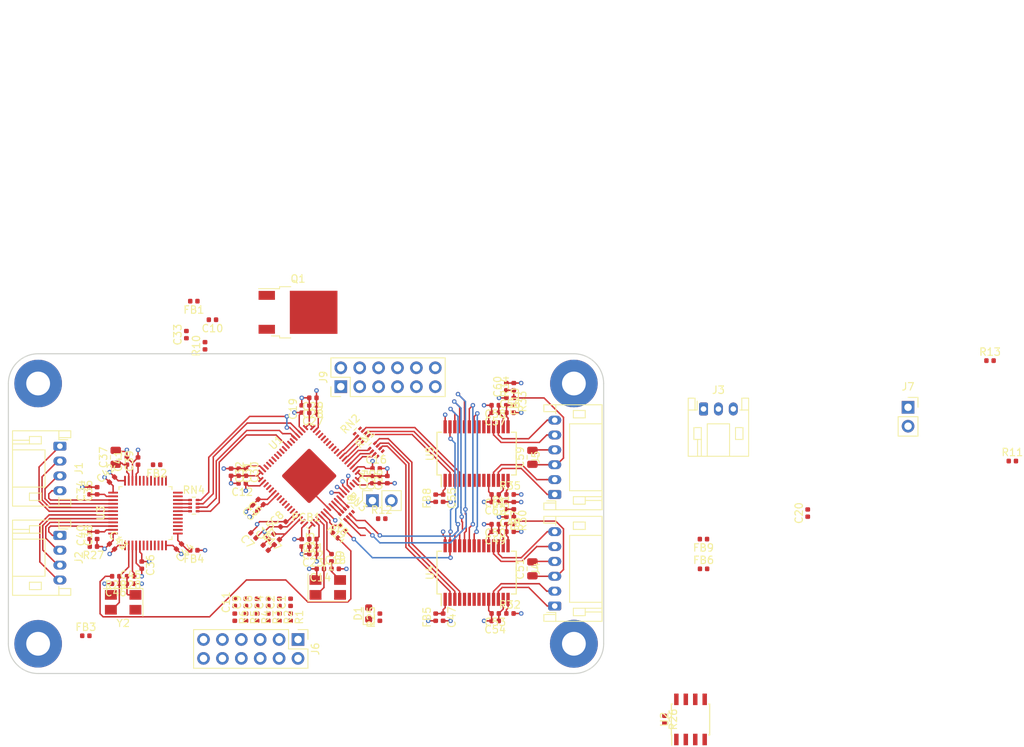
<source format=kicad_pcb>
(kicad_pcb (version 20171130) (host pcbnew "(5.0.1)-rc2")
  (layers (0 F.Cu signal) (1 In1.Cu power) (2 In2.Cu power) (31 B.Cu signal) (34 B.Paste user) (35 F.Paste user) (36 B.SilkS user) (37 F.SilkS user) (38 B.Mask user) (39 F.Mask user) (44 Edge.Cuts user))
  (net 0 "")
  (net 1 GND)
  (net 2 "Net-(C1-Pad1)")
  (net 3 "Net-(C2-Pad1)")
  (net 4 VDDA)
  (net 5 "Net-(C4-Pad1)")
  (net 6 "Net-(C6-Pad1)")
  (net 7 "Net-(C9-Pad1)")
  (net 8 +3V3)
  (net 9 "Net-(C11-Pad1)")
  (net 10 "Net-(C14-Pad1)")
  (net 11 "Net-(C15-Pad2)")
  (net 12 "Net-(C18-Pad1)")
  (net 13 GNDA)
  (net 14 "Net-(C34-Pad1)")
  (net 15 "Net-(C36-Pad1)")
  (net 16 "Net-(C37-Pad1)")
  (net 17 "Net-(C38-Pad2)")
  (net 18 "Net-(C40-Pad1)")
  (net 19 "Net-(C44-Pad1)")
  (net 20 "Net-(C45-Pad1)")
  (net 21 "Net-(C46-Pad1)")
  (net 22 "Net-(C47-Pad1)")
  (net 23 "Net-(C48-Pad1)")
  (net 24 "Net-(C49-Pad1)")
  (net 25 /DAC1/Vbias)
  (net 26 "Net-(C53-Pad1)")
  (net 27 "Net-(C55-Pad1)")
  (net 28 "Net-(C56-Pad1)")
  (net 29 "Net-(C57-Pad1)")
  (net 30 /DAC2/Vbias)
  (net 31 "Net-(C61-Pad1)")
  (net 32 "Net-(D1-Pad2)")
  (net 33 +5V)
  (net 34 /ADC/In_L0P)
  (net 35 /ADC/In_L0N)
  (net 36 /ADC/In_R0P)
  (net 37 /ADC/In_R0N)
  (net 38 /ADC/In_R1N)
  (net 39 /ADC/In_R1P)
  (net 40 /ADC/In_L1N)
  (net 41 /ADC/In_L1P)
  (net 42 /DAC1/Out_RN)
  (net 43 /DAC1/Out_RP)
  (net 44 /DAC1/Out_LN)
  (net 45 /DAC1/Out_LP)
  (net 46 /DAC2/Out_LP)
  (net 47 /DAC2/Out_LN)
  (net 48 /DAC2/Out_RP)
  (net 49 /DAC2/Out_RN)
  (net 50 "Net-(J6-Pad1)")
  (net 51 "Net-(J6-Pad3)")
  (net 52 "Net-(J6-Pad5)")
  (net 53 "Net-(J6-Pad7)")
  (net 54 "Net-(J6-Pad9)")
  (net 55 "Net-(J6-Pad11)")
  (net 56 /DSP/nRESET)
  (net 57 "Net-(J8-Pad1)")
  (net 58 /DSP/MISO)
  (net 59 /DSP/SCLK)
  (net 60 /DSP/MOSI)
  (net 61 /DSP/SS)
  (net 62 "Net-(Q1-Pad1)")
  (net 63 /DSP/I2S_MCLK_ADC)
  (net 64 /DSP/MCLK)
  (net 65 "Net-(R9-Pad1)")
  (net 66 /DAC1/I2S_MCLK)
  (net 67 /DAC1/I2S_LRCLK)
  (net 68 /DAC1/I2S_BCLK)
  (net 69 /DAC1/I2S_SDOUT)
  (net 70 /DAC2/I2S_LRCLK)
  (net 71 /DAC2/I2S_BCLK)
  (net 72 /DAC2/I2S_SDOUT)
  (net 73 /ADC/SPI_CLK)
  (net 74 /ADC/SPI_MOSI)
  (net 75 /ADC/SPI_MISO)
  (net 76 "Net-(R26-Pad2)")
  (net 77 "Net-(R28-Pad1)")
  (net 78 "Net-(R32-Pad1)")
  (net 79 "Net-(R35-Pad1)")
  (net 80 /DAC1/SPI_CS)
  (net 81 /ADC/SPI_CS)
  (net 82 /DSP/ENABLE)
  (net 83 /DSP/MUTE)
  (net 84 /ADC/I2S_BCLK)
  (net 85 /ADC/I2S_LRCLK)
  (net 86 /ADC/I2S_SDIN1)
  (net 87 /ADC/I2S_SDIN2)
  (net 88 "Net-(U3-Pad11)")
  (net 89 "Net-(C17-Pad2)")
  (net 90 /DSP/DVDD)
  (net 91 "Net-(Q1-Pad2)")
  (net 92 "Net-(J9-Pad6)")
  (net 93 "Net-(RN1-Pad1)")
  (net 94 "Net-(RN1-Pad3)")
  (net 95 "Net-(RN1-Pad2)")
  (net 96 "Net-(RN2-Pad4)")
  (net 97 "Net-(RN2-Pad2)")
  (net 98 "Net-(RN2-Pad3)")
  (net 99 "Net-(RN3-Pad1)")
  (net 100 "Net-(RN3-Pad3)")
  (net 101 "Net-(RN3-Pad2)")
  (net 102 "Net-(RN3-Pad4)")
  (net 103 "Net-(RN3-Pad5)")
  (net 104 "Net-(RN4-Pad1)")
  (net 105 "Net-(RN4-Pad3)")
  (net 106 "Net-(RN4-Pad2)")
  (net 107 "Net-(RN4-Pad4)")
  (module Connector_PinSocket_2.54mm:PinSocket_1x02_P2.54mm_Vertical (layer F.Cu) (at 159.5 96.825001 90)
    (fp_text reference J8 (at 0 -2.77 90) (layer F.SilkS))
    (fp_text value Conn_01x02_Male)
    (pad 2 thru_hole oval (at 0 2.54 90) (size 1.7 1.7) (drill 1) (layers *.Cu *.Mask) (net 1 GND))
    (pad 1 thru_hole rect (at 0 0 90) (size 1.7 1.7) (drill 1) (layers *.Cu *.Mask) (net 57 "Net-(J8-Pad1)"))
  )
  (module Package_SO:SOIC-8_3.9x4.9mm_P1.27mm (layer F.Cu) (at 202.25 126.25 90)
    (fp_text reference U2 (at 0 -3.5 90) (layer F.SilkS))
    (fp_text value 24AA1024)
    (pad 1 smd rect (at -2.7 -1.905 90) (size 1.55 0.6) (layers F.Cu F.Paste F.Mask) (net 103 "Net-(RN3-Pad5)"))
    (pad 2 smd rect (at -2.7 -0.635 90) (size 1.55 0.6) (layers F.Cu F.Paste F.Mask) (net 75 /ADC/SPI_MISO))
    (pad 3 smd rect (at -2.7 0.635 90) (size 1.55 0.6) (layers F.Cu F.Paste F.Mask) (net 76 "Net-(R26-Pad2)"))
    (pad 4 smd rect (at -2.7 1.905 90) (size 1.55 0.6) (layers F.Cu F.Paste F.Mask) (net 1 GND))
    (pad 5 smd rect (at 2.7 1.905 90) (size 1.55 0.6) (layers F.Cu F.Paste F.Mask) (net 74 /ADC/SPI_MOSI))
    (pad 6 smd rect (at 2.7 0.635 90) (size 1.55 0.6) (layers F.Cu F.Paste F.Mask) (net 73 /ADC/SPI_CLK))
    (pad 7 smd rect (at 2.7 -0.635 90) (size 1.55 0.6) (layers F.Cu F.Paste F.Mask) (net 8 +3V3))
    (pad 8 smd rect (at 2.7 -1.905 90) (size 1.55 0.6) (layers F.Cu F.Paste F.Mask) (net 8 +3V3))
  )
  (module Resistor_SMD:R_0402_1005Metric (layer F.Cu) (at 198.75 126.25 270)
    (fp_text reference R26 (at 0 -1.17 270) (layer F.SilkS))
    (fp_text value 10k)
    (pad 2 smd roundrect (at 0.485 0 270) (size 0.59 0.64) (layers F.Cu F.Paste F.Mask) (net 76 "Net-(R26-Pad2)"))
    (pad 1 smd roundrect (at -0.485 0 270) (size 0.59 0.64) (layers F.Cu F.Paste F.Mask) (net 8 +3V3))
  )
  (module Package_SO:SSOP-28_5.3x10.2mm_P0.65mm (layer F.Cu) (at 173.5 90.5 90)
    (fp_text reference U5 (at 0 -6.25 90) (layer F.SilkS))
    (fp_text value AD1955)
    (pad 1 smd rect (at -3.6 -4.225 90) (size 1.75 0.45) (layers F.Cu F.Paste F.Mask) (net 27 "Net-(C55-Pad1)"))
    (pad 2 smd rect (at -3.6 -3.575 90) (size 1.75 0.45) (layers F.Cu F.Paste F.Mask) (net 70 /DAC2/I2S_LRCLK))
    (pad 3 smd rect (at -3.6 -2.925 90) (size 1.75 0.45) (layers F.Cu F.Paste F.Mask) (net 71 /DAC2/I2S_BCLK))
    (pad 4 smd rect (at -3.6 -2.275 90) (size 1.75 0.45) (layers F.Cu F.Paste F.Mask) (net 72 /DAC2/I2S_SDOUT))
    (pad 5 smd rect (at -3.6 -1.625 90) (size 1.75 0.45) (layers F.Cu F.Paste F.Mask))
    (pad 6 smd rect (at -3.6 -0.975 90) (size 1.75 0.45) (layers F.Cu F.Paste F.Mask))
    (pad 7 smd rect (at -3.6 -0.325 90) (size 1.75 0.45) (layers F.Cu F.Paste F.Mask))
    (pad 8 smd rect (at -3.6 0.325 90) (size 1.75 0.45) (layers F.Cu F.Paste F.Mask))
    (pad 9 smd rect (at -3.6 0.975 90) (size 1.75 0.45) (layers F.Cu F.Paste F.Mask))
    (pad 10 smd rect (at -3.6 1.625 90) (size 1.75 0.45) (layers F.Cu F.Paste F.Mask) (net 13 GNDA))
    (pad 11 smd rect (at -3.6 2.275 90) (size 1.75 0.45) (layers F.Cu F.Paste F.Mask) (net 48 /DAC2/Out_RP))
    (pad 12 smd rect (at -3.6 2.925 90) (size 1.75 0.45) (layers F.Cu F.Paste F.Mask) (net 49 /DAC2/Out_RN))
    (pad 13 smd rect (at -3.6 3.575 90) (size 1.75 0.45) (layers F.Cu F.Paste F.Mask) (net 31 "Net-(C61-Pad1)"))
    (pad 14 smd rect (at -3.6 4.225 90) (size 1.75 0.45) (layers F.Cu F.Paste F.Mask) (net 79 "Net-(R35-Pad1)"))
    (pad 15 smd rect (at 3.6 4.225 90) (size 1.75 0.45) (layers F.Cu F.Paste F.Mask) (net 28 "Net-(C56-Pad1)"))
    (pad 16 smd rect (at 3.6 3.575 90) (size 1.75 0.45) (layers F.Cu F.Paste F.Mask) (net 29 "Net-(C57-Pad1)"))
    (pad 17 smd rect (at 3.6 2.925 90) (size 1.75 0.45) (layers F.Cu F.Paste F.Mask) (net 47 /DAC2/Out_LN))
    (pad 18 smd rect (at 3.6 2.275 90) (size 1.75 0.45) (layers F.Cu F.Paste F.Mask) (net 46 /DAC2/Out_LP))
    (pad 19 smd rect (at 3.6 1.625 90) (size 1.75 0.45) (layers F.Cu F.Paste F.Mask) (net 13 GNDA))
    (pad 20 smd rect (at 3.6 0.975 90) (size 1.75 0.45) (layers F.Cu F.Paste F.Mask))
    (pad 21 smd rect (at 3.6 0.325 90) (size 1.75 0.45) (layers F.Cu F.Paste F.Mask))
    (pad 22 smd rect (at 3.6 -0.325 90) (size 1.75 0.45) (layers F.Cu F.Paste F.Mask) (net 83 /DSP/MUTE))
    (pad 23 smd rect (at 3.6 -0.975 90) (size 1.75 0.45) (layers F.Cu F.Paste F.Mask) (net 82 /DSP/ENABLE))
    (pad 24 smd rect (at 3.6 -1.625 90) (size 1.75 0.45) (layers F.Cu F.Paste F.Mask) (net 74 /ADC/SPI_MOSI))
    (pad 25 smd rect (at 3.6 -2.275 90) (size 1.75 0.45) (layers F.Cu F.Paste F.Mask) (net 80 /DAC1/SPI_CS))
    (pad 26 smd rect (at 3.6 -2.925 90) (size 1.75 0.45) (layers F.Cu F.Paste F.Mask) (net 73 /ADC/SPI_CLK))
    (pad 27 smd rect (at 3.6 -3.575 90) (size 1.75 0.45) (layers F.Cu F.Paste F.Mask) (net 66 /DAC1/I2S_MCLK))
    (pad 28 smd rect (at 3.6 -4.225 90) (size 1.75 0.45) (layers F.Cu F.Paste F.Mask) (net 1 GND))
  )
  (module Capacitor_SMD:C_0402_1005Metric (layer F.Cu) (at 148.5 110.5 90)
    (fp_text reference C1 (at 0 -1.17 90) (layer F.SilkS))
    (fp_text value 100n)
    (pad 2 smd roundrect (at 0.485 0 90) (size 0.59 0.64) (layers F.Cu F.Paste F.Mask) (net 1 GND))
    (pad 1 smd roundrect (at -0.485 0 90) (size 0.59 0.64) (layers F.Cu F.Paste F.Mask) (net 2 "Net-(C1-Pad1)"))
  )
  (module Capacitor_SMD:C_0402_1005Metric (layer F.Cu) (at 147 110.5 90)
    (fp_text reference C2 (at 0 -1.17 90) (layer F.SilkS))
    (fp_text value 100n)
    (pad 1 smd roundrect (at -0.485 0 90) (size 0.59 0.64) (layers F.Cu F.Paste F.Mask) (net 3 "Net-(C2-Pad1)"))
    (pad 2 smd roundrect (at 0.485 0 90) (size 0.59 0.64) (layers F.Cu F.Paste F.Mask) (net 1 GND))
  )
  (module Capacitor_SMD:C_0402_1005Metric (layer F.Cu) (at 145.5 110.5 90)
    (fp_text reference C4 (at 0 -1.17 90) (layer F.SilkS))
    (fp_text value 100n)
    (pad 2 smd roundrect (at 0.485 0 90) (size 0.59 0.64) (layers F.Cu F.Paste F.Mask) (net 1 GND))
    (pad 1 smd roundrect (at -0.485 0 90) (size 0.59 0.64) (layers F.Cu F.Paste F.Mask) (net 5 "Net-(C4-Pad1)"))
  )
  (module Capacitor_SMD:C_0402_1005Metric (layer F.Cu) (at 144.5 97 135)
    (fp_text reference C5 (at 0 -1.17 135) (layer F.SilkS))
    (fp_text value 100n)
    (pad 2 smd roundrect (at 0.485 0 135) (size 0.59 0.64) (layers F.Cu F.Paste F.Mask) (net 1 GND))
    (pad 1 smd roundrect (at -0.485 0 135) (size 0.59 0.64) (layers F.Cu F.Paste F.Mask) (net 4 VDDA))
  )
  (module Capacitor_SMD:C_0402_1005Metric (layer F.Cu) (at 144 110.5 90)
    (fp_text reference C6 (at 0 -1.17 90) (layer F.SilkS))
    (fp_text value 100n)
    (pad 1 smd roundrect (at -0.485 0 90) (size 0.59 0.64) (layers F.Cu F.Paste F.Mask) (net 6 "Net-(C6-Pad1)"))
    (pad 2 smd roundrect (at 0.485 0 90) (size 0.59 0.64) (layers F.Cu F.Paste F.Mask) (net 1 GND))
  )
  (module Capacitor_SMD:C_0402_1005Metric (layer F.Cu) (at 147.5 100 45)
    (fp_text reference C8 (at 0 -1.17 45) (layer F.SilkS))
    (fp_text value 100n)
    (pad 1 smd roundrect (at -0.485 0 45) (size 0.59 0.64) (layers F.Cu F.Paste F.Mask) (net 4 VDDA))
    (pad 2 smd roundrect (at 0.485 0 45) (size 0.59 0.64) (layers F.Cu F.Paste F.Mask) (net 1 GND))
  )
  (module Capacitor_SMD:C_0402_1005Metric (layer F.Cu) (at 142.5 110.5 90)
    (fp_text reference C9 (at 0 -1.17 90) (layer F.SilkS))
    (fp_text value 100n)
    (pad 2 smd roundrect (at 0.485 0 90) (size 0.59 0.64) (layers F.Cu F.Paste F.Mask) (net 1 GND))
    (pad 1 smd roundrect (at -0.485 0 90) (size 0.59 0.64) (layers F.Cu F.Paste F.Mask) (net 7 "Net-(C9-Pad1)"))
  )
  (module Capacitor_SMD:C_0402_1005Metric (layer F.Cu) (at 141 110.5 90)
    (fp_text reference C11 (at 0 -1.17 90) (layer F.SilkS))
    (fp_text value 100n)
    (pad 1 smd roundrect (at -0.485 0 90) (size 0.59 0.64) (layers F.Cu F.Paste F.Mask) (net 9 "Net-(C11-Pad1)"))
    (pad 2 smd roundrect (at 0.485 0 90) (size 0.59 0.64) (layers F.Cu F.Paste F.Mask) (net 1 GND))
  )
  (module Capacitor_SMD:C_0402_1005Metric (layer F.Cu) (at 142 94.5 180)
    (fp_text reference C12 (at 0 -1.17 180) (layer F.SilkS))
    (fp_text value 100n)
    (pad 2 smd roundrect (at 0.485 0 180) (size 0.59 0.64) (layers F.Cu F.Paste F.Mask) (net 1 GND))
    (pad 1 smd roundrect (at -0.485 0 180) (size 0.59 0.64) (layers F.Cu F.Paste F.Mask) (net 8 +3V3))
  )
  (module Capacitor_SMD:C_0402_1005Metric (layer F.Cu) (at 150 102.5 270)
    (fp_text reference C13 (at 0 -1.17 270) (layer F.SilkS))
    (fp_text value 100n)
    (pad 1 smd roundrect (at -0.485 0 270) (size 0.59 0.64) (layers F.Cu F.Paste F.Mask) (net 8 +3V3))
    (pad 2 smd roundrect (at 0.485 0 270) (size 0.59 0.64) (layers F.Cu F.Paste F.Mask) (net 1 GND))
  )
  (module Capacitor_SMD:C_0402_1005Metric (layer F.Cu) (at 152.5 106 180)
    (fp_text reference C14 (at 0 -1.17 180) (layer F.SilkS))
    (fp_text value 22p)
    (pad 1 smd roundrect (at -0.485 0 180) (size 0.59 0.64) (layers F.Cu F.Paste F.Mask) (net 10 "Net-(C14-Pad1)"))
    (pad 2 smd roundrect (at 0.485 0 180) (size 0.59 0.64) (layers F.Cu F.Paste F.Mask) (net 1 GND))
  )
  (module Capacitor_SMD:C_0402_1005Metric (layer F.Cu) (at 145.907053 101.657053 45)
    (fp_text reference C15 (at 0 -1.17 45) (layer F.SilkS))
    (fp_text value 150p)
    (pad 2 smd roundrect (at 0.485 0 45) (size 0.59 0.64) (layers F.Cu F.Paste F.Mask) (net 11 "Net-(C15-Pad2)"))
    (pad 1 smd roundrect (at -0.485 0 45) (size 0.59 0.64) (layers F.Cu F.Paste F.Mask) (net 4 VDDA))
  )
  (module Capacitor_SMD:C_0402_1005Metric (layer F.Cu) (at 160 92.5)
    (fp_text reference C16 (at 0 -1.17) (layer F.SilkS))
    (fp_text value 100n)
    (pad 2 smd roundrect (at 0.485 0) (size 0.59 0.64) (layers F.Cu F.Paste F.Mask) (net 1 GND))
    (pad 1 smd roundrect (at -0.485 0) (size 0.59 0.64) (layers F.Cu F.Paste F.Mask) (net 8 +3V3))
  )
  (module Capacitor_SMD:C_0402_1005Metric (layer F.Cu) (at 145.157053 103.157053 315)
    (fp_text reference C17 (at 0 -1.17 315) (layer F.SilkS))
    (fp_text value 5.6n)
    (pad 1 smd roundrect (at -0.485 0 315) (size 0.59 0.64) (layers F.Cu F.Paste F.Mask) (net 4 VDDA))
    (pad 2 smd roundrect (at 0.485 0 315) (size 0.59 0.64) (layers F.Cu F.Paste F.Mask) (net 89 "Net-(C17-Pad2)"))
  )
  (module Capacitor_SMD:C_0402_1005Metric (layer F.Cu) (at 154.5 106)
    (fp_text reference C18 (at 0 -1.17) (layer F.SilkS))
    (fp_text value 22p)
    (pad 2 smd roundrect (at 0.485 0) (size 0.59 0.64) (layers F.Cu F.Paste F.Mask) (net 1 GND))
    (pad 1 smd roundrect (at -0.485 0) (size 0.59 0.64) (layers F.Cu F.Paste F.Mask) (net 12 "Net-(C18-Pad1)"))
  )
  (module Capacitor_SMD:C_0402_1005Metric (layer F.Cu) (at 150 84.5 90)
    (fp_text reference C19 (at 0 -1.17 90) (layer F.SilkS))
    (fp_text value 100n)
    (pad 1 smd roundrect (at -0.485 0 90) (size 0.59 0.64) (layers F.Cu F.Paste F.Mask) (net 8 +3V3))
    (pad 2 smd roundrect (at 0.485 0 90) (size 0.59 0.64) (layers F.Cu F.Paste F.Mask) (net 1 GND))
  )
  (module Capacitor_SMD:C_0402_1005Metric (layer F.Cu) (at 218 98.5 90)
    (fp_text reference C20 (at 0 -1.17 90) (layer F.SilkS))
    (fp_text value 100n)
    (pad 2 smd roundrect (at 0.485 0 90) (size 0.59 0.64) (layers F.Cu F.Paste F.Mask) (net 1 GND))
    (pad 1 smd roundrect (at -0.485 0 90) (size 0.59 0.64) (layers F.Cu F.Paste F.Mask) (net 8 +3V3))
  )
  (module Capacitor_SMD:C_0402_1005Metric (layer F.Cu) (at 151.5 102 180)
    (fp_text reference C21 (at 0 -1.17 180) (layer F.SilkS))
    (fp_text value 10n)
    (pad 2 smd roundrect (at 0.485 0 180) (size 0.59 0.64) (layers F.Cu F.Paste F.Mask) (net 1 GND))
    (pad 1 smd roundrect (at -0.485 0 180) (size 0.59 0.64) (layers F.Cu F.Paste F.Mask) (net 90 /DSP/DVDD))
  )
  (module Capacitor_SMD:C_0402_1005Metric (layer F.Cu) (at 151.5 103 180)
    (fp_text reference C22 (at 0 -1.17 180) (layer F.SilkS))
    (fp_text value 100n)
    (pad 1 smd roundrect (at -0.485 0 180) (size 0.59 0.64) (layers F.Cu F.Paste F.Mask) (net 90 /DSP/DVDD))
    (pad 2 smd roundrect (at 0.485 0 180) (size 0.59 0.64) (layers F.Cu F.Paste F.Mask) (net 1 GND))
  )
  (module Capacitor_SMD:C_0402_1005Metric (layer F.Cu) (at 151.5 104 180)
    (fp_text reference C23 (at 0 -1.17 180) (layer F.SilkS))
    (fp_text value 1u)
    (pad 2 smd roundrect (at 0.485 0 180) (size 0.59 0.64) (layers F.Cu F.Paste F.Mask) (net 1 GND))
    (pad 1 smd roundrect (at -0.485 0 180) (size 0.59 0.64) (layers F.Cu F.Paste F.Mask) (net 90 /DSP/DVDD))
  )
  (module Capacitor_SMD:C_0402_1005Metric (layer F.Cu) (at 159.5 94 90)
    (fp_text reference C24 (at 0 -1.17 90) (layer F.SilkS))
    (fp_text value 10n)
    (pad 1 smd roundrect (at -0.485 0 90) (size 0.59 0.64) (layers F.Cu F.Paste F.Mask) (net 90 /DSP/DVDD))
    (pad 2 smd roundrect (at 0.485 0 90) (size 0.59 0.64) (layers F.Cu F.Paste F.Mask) (net 1 GND))
  )
  (module Capacitor_SMD:C_0402_1005Metric (layer F.Cu) (at 160.5 94 90)
    (fp_text reference C25 (at 0 -1.17 90) (layer F.SilkS))
    (fp_text value 100n)
    (pad 2 smd roundrect (at 0.485 0 90) (size 0.59 0.64) (layers F.Cu F.Paste F.Mask) (net 1 GND))
    (pad 1 smd roundrect (at -0.485 0 90) (size 0.59 0.64) (layers F.Cu F.Paste F.Mask) (net 90 /DSP/DVDD))
  )
  (module Capacitor_SMD:C_0402_1005Metric (layer F.Cu) (at 161.5 94 90)
    (fp_text reference C26 (at 0 -1.17 90) (layer F.SilkS))
    (fp_text value 1u)
    (pad 1 smd roundrect (at -0.485 0 90) (size 0.59 0.64) (layers F.Cu F.Paste F.Mask) (net 90 /DSP/DVDD))
    (pad 2 smd roundrect (at 0.485 0 90) (size 0.59 0.64) (layers F.Cu F.Paste F.Mask) (net 1 GND))
  )
  (module Capacitor_SMD:C_0402_1005Metric (layer F.Cu) (at 151.5 85 180)
    (fp_text reference C27 (at 0 -1.17 180) (layer F.SilkS))
    (fp_text value 10n)
    (pad 2 smd roundrect (at 0.485 0 180) (size 0.59 0.64) (layers F.Cu F.Paste F.Mask) (net 1 GND))
    (pad 1 smd roundrect (at -0.485 0 180) (size 0.59 0.64) (layers F.Cu F.Paste F.Mask) (net 90 /DSP/DVDD))
  )
  (module Capacitor_SMD:C_0402_1005Metric (layer F.Cu) (at 151.5 84 180)
    (fp_text reference C28 (at 0 -1.17 180) (layer F.SilkS))
    (fp_text value 100n)
    (pad 1 smd roundrect (at -0.485 0 180) (size 0.59 0.64) (layers F.Cu F.Paste F.Mask) (net 90 /DSP/DVDD))
    (pad 2 smd roundrect (at 0.485 0 180) (size 0.59 0.64) (layers F.Cu F.Paste F.Mask) (net 1 GND))
  )
  (module Capacitor_SMD:C_0402_1005Metric (layer F.Cu) (at 151.5 83 180)
    (fp_text reference C29 (at 0 -1.17 180) (layer F.SilkS))
    (fp_text value 1u)
    (pad 2 smd roundrect (at 0.485 0 180) (size 0.59 0.64) (layers F.Cu F.Paste F.Mask) (net 1 GND))
    (pad 1 smd roundrect (at -0.485 0 180) (size 0.59 0.64) (layers F.Cu F.Paste F.Mask) (net 90 /DSP/DVDD))
  )
  (module Capacitor_SMD:C_0402_1005Metric (layer F.Cu) (at 142.5 93 270)
    (fp_text reference C30 (at 0 -1.17 270) (layer F.SilkS))
    (fp_text value 10n)
    (pad 1 smd roundrect (at -0.485 0 270) (size 0.59 0.64) (layers F.Cu F.Paste F.Mask) (net 90 /DSP/DVDD))
    (pad 2 smd roundrect (at 0.485 0 270) (size 0.59 0.64) (layers F.Cu F.Paste F.Mask) (net 1 GND))
  )
  (module Capacitor_SMD:C_0402_1005Metric (layer F.Cu) (at 141.5 93 270)
    (fp_text reference C31 (at 0 -1.17 270) (layer F.SilkS))
    (fp_text value 100n)
    (pad 2 smd roundrect (at 0.485 0 270) (size 0.59 0.64) (layers F.Cu F.Paste F.Mask) (net 1 GND))
    (pad 1 smd roundrect (at -0.485 0 270) (size 0.59 0.64) (layers F.Cu F.Paste F.Mask) (net 90 /DSP/DVDD))
  )
  (module Capacitor_SMD:C_0402_1005Metric (layer F.Cu) (at 140.5 93 270)
    (fp_text reference C32 (at 0 -1.17 270) (layer F.SilkS))
    (fp_text value 1u)
    (pad 1 smd roundrect (at -0.485 0 270) (size 0.59 0.64) (layers F.Cu F.Paste F.Mask) (net 90 /DSP/DVDD))
    (pad 2 smd roundrect (at 0.485 0 270) (size 0.59 0.64) (layers F.Cu F.Paste F.Mask) (net 1 GND))
  )
  (module Capacitor_SMD:C_0402_1005Metric (layer F.Cu) (at 122.5 95.5 90)
    (fp_text reference C35 (at 0 -1.17 90) (layer F.SilkS))
    (fp_text value 100n)
    (pad 1 smd roundrect (at -0.485 0 90) (size 0.59 0.64) (layers F.Cu F.Paste F.Mask) (net 14 "Net-(C34-Pad1)"))
    (pad 2 smd roundrect (at 0.485 0 90) (size 0.59 0.64) (layers F.Cu F.Paste F.Mask) (net 13 GNDA))
  )
  (module Capacitor_SMD:C_0402_1005Metric (layer F.Cu) (at 128.5 105.5 270)
    (fp_text reference C36 (at 0 -1.17 270) (layer F.SilkS))
    (fp_text value 100n)
    (pad 1 smd roundrect (at -0.485 0 270) (size 0.59 0.64) (layers F.Cu F.Paste F.Mask) (net 15 "Net-(C36-Pad1)"))
    (pad 2 smd roundrect (at 0.485 0 270) (size 0.59 0.64) (layers F.Cu F.Paste F.Mask) (net 13 GNDA))
  )
  (module Capacitor_SMD:C_0402_1005Metric (layer F.Cu) (at 122.5 101.5 90)
    (fp_text reference C38 (at 0 -1.17 90) (layer F.SilkS))
    (fp_text value 2.2n)
    (pad 2 smd roundrect (at 0.485 0 90) (size 0.59 0.64) (layers F.Cu F.Paste F.Mask) (net 17 "Net-(C38-Pad2)"))
    (pad 1 smd roundrect (at -0.485 0 90) (size 0.59 0.64) (layers F.Cu F.Paste F.Mask) (net 15 "Net-(C36-Pad1)"))
  )
  (module Capacitor_SMD:C_0402_1005Metric (layer F.Cu) (at 128 91.5 90)
    (fp_text reference C39 (at 0 -1.17 90) (layer F.SilkS))
    (fp_text value 100n)
    (pad 2 smd roundrect (at 0.485 0 90) (size 0.59 0.64) (layers F.Cu F.Paste F.Mask) (net 13 GNDA))
    (pad 1 smd roundrect (at -0.485 0 90) (size 0.59 0.64) (layers F.Cu F.Paste F.Mask) (net 15 "Net-(C36-Pad1)"))
  )
  (module Capacitor_SMD:C_0402_1005Metric (layer F.Cu) (at 121.5 101.5 90)
    (fp_text reference C40 (at 0 -1.17 90) (layer F.SilkS))
    (fp_text value 39n)
    (pad 1 smd roundrect (at -0.485 0 90) (size 0.59 0.64) (layers F.Cu F.Paste F.Mask) (net 18 "Net-(C40-Pad1)"))
    (pad 2 smd roundrect (at 0.485 0 90) (size 0.59 0.64) (layers F.Cu F.Paste F.Mask) (net 17 "Net-(C38-Pad2)"))
  )
  (module Capacitor_SMD:C_0402_1005Metric (layer F.Cu) (at 126.5 91.5 90)
    (fp_text reference C41 (at 0 -1.17 90) (layer F.SilkS))
    (fp_text value 100n)
    (pad 2 smd roundrect (at 0.485 0 90) (size 0.59 0.64) (layers F.Cu F.Paste F.Mask) (net 13 GNDA))
    (pad 1 smd roundrect (at -0.485 0 90) (size 0.59 0.64) (layers F.Cu F.Paste F.Mask) (net 16 "Net-(C37-Pad1)"))
  )
  (module Capacitor_SMD:C_0402_1005Metric (layer F.Cu) (at 124.5 94 45)
    (fp_text reference C42 (at 0 -1.17 45) (layer F.SilkS))
    (fp_text value 100n)
    (pad 1 smd roundrect (at -0.485 0 45) (size 0.59 0.64) (layers F.Cu F.Paste F.Mask) (net 15 "Net-(C36-Pad1)"))
    (pad 2 smd roundrect (at 0.485 0 45) (size 0.59 0.64) (layers F.Cu F.Paste F.Mask) (net 13 GNDA))
  )
  (module Capacitor_SMD:C_0402_1005Metric (layer F.Cu) (at 124.5 103 315)
    (fp_text reference C43 (at 0 -1.17 315) (layer F.SilkS))
    (fp_text value 100n)
    (pad 2 smd roundrect (at 0.485 0 315) (size 0.59 0.64) (layers F.Cu F.Paste F.Mask) (net 13 GNDA))
    (pad 1 smd roundrect (at -0.485 0 315) (size 0.59 0.64) (layers F.Cu F.Paste F.Mask) (net 15 "Net-(C36-Pad1)"))
  )
  (module Capacitor_SMD:C_0402_1005Metric (layer F.Cu) (at 133.5 103 225)
    (fp_text reference C44 (at 0 -1.17 225) (layer F.SilkS))
    (fp_text value 100n)
    (pad 1 smd roundrect (at -0.485 0 225) (size 0.59 0.64) (layers F.Cu F.Paste F.Mask) (net 19 "Net-(C44-Pad1)"))
    (pad 2 smd roundrect (at 0.485 0 225) (size 0.59 0.64) (layers F.Cu F.Paste F.Mask) (net 1 GND))
  )
  (module Capacitor_SMD:C_0402_1005Metric (layer F.Cu) (at 127 108)
    (fp_text reference C45 (at 0 -1.17) (layer F.SilkS))
    (fp_text value 22p)
    (pad 2 smd roundrect (at 0.485 0) (size 0.59 0.64) (layers F.Cu F.Paste F.Mask) (net 1 GND))
    (pad 1 smd roundrect (at -0.485 0) (size 0.59 0.64) (layers F.Cu F.Paste F.Mask) (net 20 "Net-(C45-Pad1)"))
  )
  (module Capacitor_SMD:C_0402_1005Metric (layer F.Cu) (at 125 108 180)
    (fp_text reference C46 (at 0 -1.17 180) (layer F.SilkS))
    (fp_text value 22p)
    (pad 1 smd roundrect (at -0.485 0 180) (size 0.59 0.64) (layers F.Cu F.Paste F.Mask) (net 21 "Net-(C46-Pad1)"))
    (pad 2 smd roundrect (at 0.485 0 180) (size 0.59 0.64) (layers F.Cu F.Paste F.Mask) (net 1 GND))
  )
  (module Capacitor_SMD:C_0402_1005Metric (layer F.Cu) (at 169 112.5 270)
    (fp_text reference C47 (at 0 -1.17 270) (layer F.SilkS))
    (fp_text value 100n)
    (pad 2 smd roundrect (at 0.485 0 270) (size 0.59 0.64) (layers F.Cu F.Paste F.Mask) (net 1 GND))
    (pad 1 smd roundrect (at -0.485 0 270) (size 0.59 0.64) (layers F.Cu F.Paste F.Mask) (net 22 "Net-(C47-Pad1)"))
  )
  (module Capacitor_SMD:C_0402_1005Metric (layer F.Cu) (at 178 101)
    (fp_text reference C48 (at 0 -1.17) (layer F.SilkS))
    (fp_text value 100n)
    (pad 2 smd roundrect (at 0.485 0) (size 0.59 0.64) (layers F.Cu F.Paste F.Mask) (net 13 GNDA))
    (pad 1 smd roundrect (at -0.485 0) (size 0.59 0.64) (layers F.Cu F.Paste F.Mask) (net 23 "Net-(C48-Pad1)"))
  )
  (module Capacitor_SMD:C_0402_1005Metric (layer F.Cu) (at 176 101 180)
    (fp_text reference C49 (at 0 -1.17 180) (layer F.SilkS))
    (fp_text value 100n)
    (pad 1 smd roundrect (at -0.485 0 180) (size 0.59 0.64) (layers F.Cu F.Paste F.Mask) (net 24 "Net-(C49-Pad1)"))
    (pad 2 smd roundrect (at 0.485 0 180) (size 0.59 0.64) (layers F.Cu F.Paste F.Mask) (net 13 GNDA))
  )
  (module Capacitor_SMD:C_0805_2012Metric (layer F.Cu) (at 181 106 90)
    (fp_text reference C51 (at 0 -1.65 90) (layer F.SilkS))
    (fp_text value 47u)
    (pad 2 smd roundrect (at 0.9375 0 90) (size 0.975 1.4) (layers F.Cu F.Paste F.Mask) (net 13 GNDA))
    (pad 1 smd roundrect (at -0.9375 0 90) (size 0.975 1.4) (layers F.Cu F.Paste F.Mask) (net 25 /DAC1/Vbias))
  )
  (module Capacitor_SMD:C_0402_1005Metric (layer F.Cu) (at 177.5 97.5 90)
    (fp_text reference C52 (at 0 -1.17 90) (layer F.SilkS))
    (fp_text value 100n)
    (pad 1 smd roundrect (at -0.485 0 90) (size 0.59 0.64) (layers F.Cu F.Paste F.Mask) (net 25 /DAC1/Vbias))
    (pad 2 smd roundrect (at 0.485 0 90) (size 0.59 0.64) (layers F.Cu F.Paste F.Mask) (net 13 GNDA))
  )
  (module Capacitor_SMD:C_0402_1005Metric (layer F.Cu) (at 176 112 180)
    (fp_text reference C53 (at 0 -1.17 180) (layer F.SilkS))
    (fp_text value 100n)
    (pad 1 smd roundrect (at -0.485 0 180) (size 0.59 0.64) (layers F.Cu F.Paste F.Mask) (net 26 "Net-(C53-Pad1)"))
    (pad 2 smd roundrect (at 0.485 0 180) (size 0.59 0.64) (layers F.Cu F.Paste F.Mask) (net 13 GNDA))
  )
  (module Capacitor_SMD:C_0402_1005Metric (layer F.Cu) (at 169 96.5 270)
    (fp_text reference C55 (at 0 -1.17 270) (layer F.SilkS))
    (fp_text value 100n)
    (pad 1 smd roundrect (at -0.485 0 270) (size 0.59 0.64) (layers F.Cu F.Paste F.Mask) (net 27 "Net-(C55-Pad1)"))
    (pad 2 smd roundrect (at 0.485 0 270) (size 0.59 0.64) (layers F.Cu F.Paste F.Mask) (net 1 GND))
  )
  (module Capacitor_SMD:C_0402_1005Metric (layer F.Cu) (at 178 85)
    (fp_text reference C56 (at 0 -1.17) (layer F.SilkS))
    (fp_text value 100n)
    (pad 2 smd roundrect (at 0.485 0) (size 0.59 0.64) (layers F.Cu F.Paste F.Mask) (net 13 GNDA))
    (pad 1 smd roundrect (at -0.485 0) (size 0.59 0.64) (layers F.Cu F.Paste F.Mask) (net 28 "Net-(C56-Pad1)"))
  )
  (module Capacitor_SMD:C_0402_1005Metric (layer F.Cu) (at 176 85 180)
    (fp_text reference C57 (at 0 -1.17 180) (layer F.SilkS))
    (fp_text value 100n)
    (pad 2 smd roundrect (at 0.485 0 180) (size 0.59 0.64) (layers F.Cu F.Paste F.Mask) (net 13 GNDA))
    (pad 1 smd roundrect (at -0.485 0 180) (size 0.59 0.64) (layers F.Cu F.Paste F.Mask) (net 29 "Net-(C57-Pad1)"))
  )
  (module Capacitor_SMD:C_0805_2012Metric (layer F.Cu) (at 181 91 90)
    (fp_text reference C59 (at 0 -1.65 90) (layer F.SilkS))
    (fp_text value 47u)
    (pad 2 smd roundrect (at 0.9375 0 90) (size 0.975 1.4) (layers F.Cu F.Paste F.Mask) (net 13 GNDA))
    (pad 1 smd roundrect (at -0.9375 0 90) (size 0.975 1.4) (layers F.Cu F.Paste F.Mask) (net 30 /DAC2/Vbias))
  )
  (module Capacitor_SMD:C_0402_1005Metric (layer F.Cu) (at 177.5 81.5 90)
    (fp_text reference C60 (at 0 -1.17 90) (layer F.SilkS))
    (fp_text value 100n)
    (pad 2 smd roundrect (at 0.485 0 90) (size 0.59 0.64) (layers F.Cu F.Paste F.Mask) (net 13 GNDA))
    (pad 1 smd roundrect (at -0.485 0 90) (size 0.59 0.64) (layers F.Cu F.Paste F.Mask) (net 30 /DAC2/Vbias))
  )
  (module Capacitor_SMD:C_0402_1005Metric (layer F.Cu) (at 176 96 180)
    (fp_text reference C61 (at 0 -1.17 180) (layer F.SilkS))
    (fp_text value 100n)
    (pad 1 smd roundrect (at -0.485 0 180) (size 0.59 0.64) (layers F.Cu F.Paste F.Mask) (net 31 "Net-(C61-Pad1)"))
    (pad 2 smd roundrect (at 0.485 0 180) (size 0.59 0.64) (layers F.Cu F.Paste F.Mask) (net 13 GNDA))
  )
  (module LED_SMD:LED_0603_1608Metric (layer F.Cu) (at 159 112 90)
    (fp_text reference D1 (at 0 -1.43 90) (layer F.SilkS))
    (fp_text value LED_Small)
    (pad 1 smd roundrect (at -0.7875 0 90) (size 0.875 0.95) (layers F.Cu F.Paste F.Mask) (net 1 GND))
    (pad 2 smd roundrect (at 0.7875 0 90) (size 0.875 0.95) (layers F.Cu F.Paste F.Mask) (net 32 "Net-(D1-Pad2)"))
  )
  (module Inductor_SMD:L_0402_1005Metric (layer F.Cu) (at 135.5 70 180)
    (fp_text reference FB1 (at 0 -1.17 180) (layer F.SilkS))
    (fp_text value Ferrite_Bead_Small)
    (pad 1 smd roundrect (at -0.485 0 180) (size 0.59 0.64) (layers F.Cu F.Paste F.Mask) (net 8 +3V3))
    (pad 2 smd roundrect (at 0.485 0 180) (size 0.59 0.64) (layers F.Cu F.Paste F.Mask) (net 4 VDDA))
  )
  (module Inductor_SMD:L_0402_1005Metric (layer F.Cu) (at 130.5 92 180)
    (fp_text reference FB2 (at 0 -1.17 180) (layer F.SilkS))
    (fp_text value 600Z)
    (pad 1 smd roundrect (at -0.485 0 180) (size 0.59 0.64) (layers F.Cu F.Paste F.Mask) (net 8 +3V3))
    (pad 2 smd roundrect (at 0.485 0 180) (size 0.59 0.64) (layers F.Cu F.Paste F.Mask) (net 15 "Net-(C36-Pad1)"))
  )
  (module Inductor_SMD:L_0402_1005Metric (layer F.Cu) (at 120.985 115)
    (fp_text reference FB3 (at 0 -1.17) (layer F.SilkS))
    (fp_text value 600Z)
    (pad 2 smd roundrect (at 0.485 0) (size 0.59 0.64) (layers F.Cu F.Paste F.Mask) (net 13 GNDA))
    (pad 1 smd roundrect (at -0.485 0) (size 0.59 0.64) (layers F.Cu F.Paste F.Mask) (net 1 GND))
  )
  (module Inductor_SMD:L_0402_1005Metric (layer F.Cu) (at 135.5 103.5 180)
    (fp_text reference FB4 (at 0 -1.17 180) (layer F.SilkS))
    (fp_text value 600Z)
    (pad 2 smd roundrect (at 0.485 0 180) (size 0.59 0.64) (layers F.Cu F.Paste F.Mask) (net 19 "Net-(C44-Pad1)"))
    (pad 1 smd roundrect (at -0.485 0 180) (size 0.59 0.64) (layers F.Cu F.Paste F.Mask) (net 8 +3V3))
  )
  (module Inductor_SMD:L_0402_1005Metric (layer F.Cu) (at 168 112.5 90)
    (fp_text reference FB5 (at 0 -1.17 90) (layer F.SilkS))
    (fp_text value 600Z)
    (pad 2 smd roundrect (at 0.485 0 90) (size 0.59 0.64) (layers F.Cu F.Paste F.Mask) (net 22 "Net-(C47-Pad1)"))
    (pad 1 smd roundrect (at -0.485 0 90) (size 0.59 0.64) (layers F.Cu F.Paste F.Mask) (net 33 +5V))
  )
  (module Inductor_SMD:L_0402_1005Metric (layer F.Cu) (at 204 106)
    (fp_text reference FB6 (at 0 -1.17) (layer F.SilkS))
    (fp_text value 600Z)
    (pad 1 smd roundrect (at -0.485 0) (size 0.59 0.64) (layers F.Cu F.Paste F.Mask) (net 13 GNDA))
    (pad 2 smd roundrect (at 0.485 0) (size 0.59 0.64) (layers F.Cu F.Paste F.Mask) (net 1 GND))
  )
  (module Inductor_SMD:L_0402_1005Metric (layer F.Cu) (at 177.5 99.5 270)
    (fp_text reference FB7 (at 0 -1.17 270) (layer F.SilkS))
    (fp_text value 600Z)
    (pad 1 smd roundrect (at -0.485 0 270) (size 0.59 0.64) (layers F.Cu F.Paste F.Mask) (net 33 +5V))
    (pad 2 smd roundrect (at 0.485 0 270) (size 0.59 0.64) (layers F.Cu F.Paste F.Mask) (net 23 "Net-(C48-Pad1)"))
  )
  (module Inductor_SMD:L_0402_1005Metric (layer F.Cu) (at 168 96.5 90)
    (fp_text reference FB8 (at 0 -1.17 90) (layer F.SilkS))
    (fp_text value 600Z)
    (pad 1 smd roundrect (at -0.485 0 90) (size 0.59 0.64) (layers F.Cu F.Paste F.Mask) (net 33 +5V))
    (pad 2 smd roundrect (at 0.485 0 90) (size 0.59 0.64) (layers F.Cu F.Paste F.Mask) (net 27 "Net-(C55-Pad1)"))
  )
  (module Inductor_SMD:L_0402_1005Metric (layer F.Cu) (at 203.985 102 180)
    (fp_text reference FB9 (at 0 -1.17 180) (layer F.SilkS))
    (fp_text value 600Z)
    (pad 2 smd roundrect (at 0.485 0 180) (size 0.59 0.64) (layers F.Cu F.Paste F.Mask) (net 1 GND))
    (pad 1 smd roundrect (at -0.485 0 180) (size 0.59 0.64) (layers F.Cu F.Paste F.Mask) (net 13 GNDA))
  )
  (module Inductor_SMD:L_0402_1005Metric (layer F.Cu) (at 177.5 83.5 270)
    (fp_text reference FB10 (at 0 -1.17 270) (layer F.SilkS))
    (fp_text value 600Z)
    (pad 2 smd roundrect (at 0.485 0 270) (size 0.59 0.64) (layers F.Cu F.Paste F.Mask) (net 28 "Net-(C56-Pad1)"))
    (pad 1 smd roundrect (at -0.485 0 270) (size 0.59 0.64) (layers F.Cu F.Paste F.Mask) (net 33 +5V))
  )
  (module Connector_JST:JST_PH_S4B-PH-K_1x04_P2.00mm_Horizontal (layer F.Cu) (at 117.5 89.5 270)
    (fp_text reference J1 (at 3 -2.55 270) (layer F.SilkS))
    (fp_text value JST_PH_S4B-PH-K)
    (pad 4 thru_hole oval (at 6 0 270) (size 1.2 1.75) (drill 0.75) (layers *.Cu *.Mask) (net 34 /ADC/In_L0P))
    (pad 3 thru_hole oval (at 4 0 270) (size 1.2 1.75) (drill 0.75) (layers *.Cu *.Mask) (net 35 /ADC/In_L0N))
    (pad 2 thru_hole oval (at 2 0 270) (size 1.2 1.75) (drill 0.75) (layers *.Cu *.Mask) (net 36 /ADC/In_R0P))
    (pad 1 thru_hole roundrect (at 0 0 270) (size 1.2 1.75) (drill 0.75) (layers *.Cu *.Mask) (roundrect_rratio 0.208333) (net 37 /ADC/In_R0N))
  )
  (module Connector_JST:JST_PH_S4B-PH-K_1x04_P2.00mm_Horizontal (layer F.Cu) (at 117.5 101.5 270)
    (fp_text reference J2 (at 3 -2.55 270) (layer F.SilkS))
    (fp_text value JST_PH_S4B-PH-K)
    (pad 1 thru_hole roundrect (at 0 0 270) (size 1.2 1.75) (drill 0.75) (layers *.Cu *.Mask) (roundrect_rratio 0.208333) (net 38 /ADC/In_R1N))
    (pad 2 thru_hole oval (at 2 0 270) (size 1.2 1.75) (drill 0.75) (layers *.Cu *.Mask) (net 39 /ADC/In_R1P))
    (pad 3 thru_hole oval (at 4 0 270) (size 1.2 1.75) (drill 0.75) (layers *.Cu *.Mask) (net 40 /ADC/In_L1N))
    (pad 4 thru_hole oval (at 6 0 270) (size 1.2 1.75) (drill 0.75) (layers *.Cu *.Mask) (net 41 /ADC/In_L1P))
  )
  (module Connector_JST:JST_PH_S3B-PH-K_1x03_P2.00mm_Horizontal (layer F.Cu) (at 204 84.5)
    (fp_text reference J3 (at 2 -2.55) (layer F.SilkS))
    (fp_text value JST_PH_S3B-PH-K)
    (pad 1 thru_hole roundrect (at 0 0) (size 1.2 1.75) (drill 0.75) (layers *.Cu *.Mask) (roundrect_rratio 0.208333) (net 33 +5V))
    (pad 2 thru_hole oval (at 2 0) (size 1.2 1.75) (drill 0.75) (layers *.Cu *.Mask) (net 1 GND))
    (pad 3 thru_hole oval (at 4 0) (size 1.2 1.75) (drill 0.75) (layers *.Cu *.Mask) (net 8 +3V3))
  )
  (module Connector_JST:JST_PH_S6B-PH-K_1x06_P2.00mm_Horizontal (layer F.Cu) (at 184 111 90)
    (fp_text reference J4 (at 5 -2.55 90) (layer F.SilkS))
    (fp_text value JST_PH_S6B-PH-K)
    (pad 6 thru_hole oval (at 10 0 90) (size 1.2 1.75) (drill 0.75) (layers *.Cu *.Mask) (net 44 /DAC1/Out_LN))
    (pad 5 thru_hole oval (at 8 0 90) (size 1.2 1.75) (drill 0.75) (layers *.Cu *.Mask) (net 45 /DAC1/Out_LP))
    (pad 4 thru_hole oval (at 6 0 90) (size 1.2 1.75) (drill 0.75) (layers *.Cu *.Mask) (net 13 GNDA))
    (pad 3 thru_hole oval (at 4 0 90) (size 1.2 1.75) (drill 0.75) (layers *.Cu *.Mask) (net 25 /DAC1/Vbias))
    (pad 2 thru_hole oval (at 2 0 90) (size 1.2 1.75) (drill 0.75) (layers *.Cu *.Mask) (net 43 /DAC1/Out_RP))
    (pad 1 thru_hole roundrect (at 0 0 90) (size 1.2 1.75) (drill 0.75) (layers *.Cu *.Mask) (roundrect_rratio 0.208333) (net 42 /DAC1/Out_RN))
  )
  (module Connector_JST:JST_PH_S6B-PH-K_1x06_P2.00mm_Horizontal (layer F.Cu) (at 184 96 90)
    (fp_text reference J5 (at 5 -2.55 90) (layer F.SilkS))
    (fp_text value JST_PH_S6B-PH-K)
    (pad 1 thru_hole roundrect (at 0 0 90) (size 1.2 1.75) (drill 0.75) (layers *.Cu *.Mask) (roundrect_rratio 0.208333) (net 49 /DAC2/Out_RN))
    (pad 2 thru_hole oval (at 2 0 90) (size 1.2 1.75) (drill 0.75) (layers *.Cu *.Mask) (net 48 /DAC2/Out_RP))
    (pad 3 thru_hole oval (at 4 0 90) (size 1.2 1.75) (drill 0.75) (layers *.Cu *.Mask) (net 30 /DAC2/Vbias))
    (pad 4 thru_hole oval (at 6 0 90) (size 1.2 1.75) (drill 0.75) (layers *.Cu *.Mask) (net 13 GNDA))
    (pad 5 thru_hole oval (at 8 0 90) (size 1.2 1.75) (drill 0.75) (layers *.Cu *.Mask) (net 46 /DAC2/Out_LP))
    (pad 6 thru_hole oval (at 10 0 90) (size 1.2 1.75) (drill 0.75) (layers *.Cu *.Mask) (net 47 /DAC2/Out_LN))
  )
  (module Connector_PinSocket_2.54mm:PinSocket_1x02_P2.54mm_Vertical (layer F.Cu) (at 231.485001 84.275001)
    (fp_text reference J7 (at 0 -2.77) (layer F.SilkS))
    (fp_text value Conn_01x02_Male)
    (pad 1 thru_hole rect (at 0 0) (size 1.7 1.7) (drill 1) (layers *.Cu *.Mask) (net 56 /DSP/nRESET))
    (pad 2 thru_hole oval (at 0 2.54) (size 1.7 1.7) (drill 1) (layers *.Cu *.Mask) (net 1 GND))
  )
  (module PCB:PCB_Board_70x43 (layer F.Cu) (at 150.575001 98.575001)
    (fp_text reference PCB1 (at 0 0.5) (layer F.SilkS))
    (fp_text value Board_Module)
    (fp_line (start -36 -21.5) (end 36 -21.5) (layer Edge.Cuts) (width 0.15))
    (fp_line (start 40 -17.5) (end 40 17.5) (layer Edge.Cuts) (width 0.15))
    (fp_line (start 36 21.5) (end -36 21.5) (layer Edge.Cuts) (width 0.15))
    (fp_line (start -40 17.5) (end -40 -17.5) (layer Edge.Cuts) (width 0.15))
    (fp_arc (start 36 -17.5) (end 40 -17.5) (angle -90) (layer Edge.Cuts) (width 0.15))
    (fp_arc (start -36 -17.5) (end -36 -21.5) (angle -90) (layer Edge.Cuts) (width 0.15))
    (fp_arc (start -36 17.5) (end -40 17.5) (angle -90) (layer Edge.Cuts) (width 0.15))
    (fp_arc (start 36 17.5) (end 36 21.5) (angle -90) (layer Edge.Cuts) (width 0.15))
    (pad 1 thru_hole circle (at -36 -17.5) (size 6.4 6.4) (drill 3.2) (layers *.Cu *.Mask) (net 13 GNDA))
    (pad 2 thru_hole circle (at -36 17.5) (size 6.4 6.4) (drill 3.2) (layers *.Cu *.Mask) (net 13 GNDA))
    (pad 3 thru_hole circle (at 36 17.5) (size 6.44 6.44) (drill 3.2) (layers *.Cu *.Mask) (net 13 GNDA))
    (pad 4 thru_hole circle (at 36 -17.5) (size 6.4 6.4) (drill 3.2) (layers *.Cu *.Mask) (net 13 GNDA))
  )
  (module Package_TO_SOT_SMD:TO-252-2 (layer F.Cu) (at 149.5 71.5)
    (fp_text reference Q1 (at 0 -4.5) (layer F.SilkS))
    (fp_text value STD2805)
    (pad 1 smd rect (at -4.2 -2.28) (size 2.2 1.2) (layers F.Cu F.Paste F.Mask) (net 62 "Net-(Q1-Pad1)"))
    (pad 3 smd rect (at -4.2 2.28) (size 2.2 1.2) (layers F.Cu F.Paste F.Mask) (net 8 +3V3))
    (pad 2 smd rect (at 2.1 0) (size 6.4 5.8) (layers F.Cu F.Mask) (net 91 "Net-(Q1-Pad2)"))
  )
  (module Resistor_SMD:R_0402_1005Metric (layer F.Cu) (at 148.5 112.5 270)
    (fp_text reference R1 (at 0 -1.17 270) (layer F.SilkS))
    (fp_text value 120R)
    (pad 1 smd roundrect (at -0.485 0 270) (size 0.59 0.64) (layers F.Cu F.Paste F.Mask) (net 2 "Net-(C1-Pad1)"))
    (pad 2 smd roundrect (at 0.485 0 270) (size 0.59 0.64) (layers F.Cu F.Paste F.Mask) (net 50 "Net-(J6-Pad1)"))
  )
  (module Resistor_SMD:R_0402_1005Metric (layer F.Cu) (at 147 112.5 270)
    (fp_text reference R2 (at 0 -1.17 270) (layer F.SilkS))
    (fp_text value 120R)
    (pad 2 smd roundrect (at 0.485 0 270) (size 0.59 0.64) (layers F.Cu F.Paste F.Mask) (net 51 "Net-(J6-Pad3)"))
    (pad 1 smd roundrect (at -0.485 0 270) (size 0.59 0.64) (layers F.Cu F.Paste F.Mask) (net 3 "Net-(C2-Pad1)"))
  )
  (module Resistor_SMD:R_0402_1005Metric (layer F.Cu) (at 145.5 112.5 270)
    (fp_text reference R3 (at 0 -1.17 270) (layer F.SilkS))
    (fp_text value 120R)
    (pad 2 smd roundrect (at 0.485 0 270) (size 0.59 0.64) (layers F.Cu F.Paste F.Mask) (net 52 "Net-(J6-Pad5)"))
    (pad 1 smd roundrect (at -0.485 0 270) (size 0.59 0.64) (layers F.Cu F.Paste F.Mask) (net 5 "Net-(C4-Pad1)"))
  )
  (module Resistor_SMD:R_0402_1005Metric (layer F.Cu) (at 144 112.5 270)
    (fp_text reference R4 (at 0 -1.17 270) (layer F.SilkS))
    (fp_text value 120R)
    (pad 2 smd roundrect (at 0.485 0 270) (size 0.59 0.64) (layers F.Cu F.Paste F.Mask) (net 53 "Net-(J6-Pad7)"))
    (pad 1 smd roundrect (at -0.485 0 270) (size 0.59 0.64) (layers F.Cu F.Paste F.Mask) (net 6 "Net-(C6-Pad1)"))
  )
  (module Resistor_SMD:R_0402_1005Metric (layer F.Cu) (at 142.5 112.5 270)
    (fp_text reference R5 (at 0 -1.17 270) (layer F.SilkS))
    (fp_text value 120R)
    (pad 2 smd roundrect (at 0.485 0 270) (size 0.59 0.64) (layers F.Cu F.Paste F.Mask) (net 54 "Net-(J6-Pad9)"))
    (pad 1 smd roundrect (at -0.485 0 270) (size 0.59 0.64) (layers F.Cu F.Paste F.Mask) (net 7 "Net-(C9-Pad1)"))
  )
  (module Resistor_SMD:R_0402_1005Metric (layer F.Cu) (at 141 112.5 270)
    (fp_text reference R6 (at 0 -1.17 270) (layer F.SilkS))
    (fp_text value 120R)
    (pad 1 smd roundrect (at -0.485 0 270) (size 0.59 0.64) (layers F.Cu F.Paste F.Mask) (net 9 "Net-(C11-Pad1)"))
    (pad 2 smd roundrect (at 0.485 0 270) (size 0.59 0.64) (layers F.Cu F.Paste F.Mask) (net 55 "Net-(J6-Pad11)"))
  )
  (module Resistor_SMD:R_0402_1005Metric (layer F.Cu) (at 146.657053 102.407053 45)
    (fp_text reference R7 (at 0 -1.17 45) (layer F.SilkS))
    (fp_text value 4.32k)
    (pad 1 smd roundrect (at -0.485 0 45) (size 0.59 0.64) (layers F.Cu F.Paste F.Mask) (net 89 "Net-(C17-Pad2)"))
    (pad 2 smd roundrect (at 0.485 0 45) (size 0.59 0.64) (layers F.Cu F.Paste F.Mask) (net 11 "Net-(C15-Pad2)"))
  )
  (module Resistor_SMD:R_0402_1005Metric (layer F.Cu) (at 154.5 101.5 315)
    (fp_text reference R8 (at 0 -1.17 315) (layer F.SilkS))
    (fp_text value 33R)
    (pad 2 smd roundrect (at 0.485 0 315) (size 0.59 0.64) (layers F.Cu F.Paste F.Mask) (net 63 /DSP/I2S_MCLK_ADC))
    (pad 1 smd roundrect (at -0.485 0 315) (size 0.59 0.64) (layers F.Cu F.Paste F.Mask) (net 64 /DSP/MCLK))
  )
  (module Resistor_SMD:R_0402_1005Metric (layer F.Cu) (at 154 104.5 270)
    (fp_text reference R9 (at 0 -1.17 270) (layer F.SilkS))
    (fp_text value 49.9R)
    (pad 2 smd roundrect (at 0.485 0 270) (size 0.59 0.64) (layers F.Cu F.Paste F.Mask) (net 12 "Net-(C18-Pad1)"))
    (pad 1 smd roundrect (at -0.485 0 270) (size 0.59 0.64) (layers F.Cu F.Paste F.Mask) (net 65 "Net-(R9-Pad1)"))
  )
  (module Resistor_SMD:R_0402_1005Metric (layer F.Cu) (at 137 76 90)
    (fp_text reference R10 (at 0 -1.17 90) (layer F.SilkS))
    (fp_text value 1k)
    (pad 2 smd roundrect (at 0.485 0 90) (size 0.59 0.64) (layers F.Cu F.Paste F.Mask) (net 8 +3V3))
    (pad 1 smd roundrect (at -0.485 0 90) (size 0.59 0.64) (layers F.Cu F.Paste F.Mask) (net 62 "Net-(Q1-Pad1)"))
  )
  (module Resistor_SMD:R_0402_1005Metric (layer F.Cu) (at 245.5 91.5)
    (fp_text reference R11 (at 0 -1.17) (layer F.SilkS))
    (fp_text value 0R)
    (pad 1 smd roundrect (at -0.485 0) (size 0.59 0.64) (layers F.Cu F.Paste F.Mask) (net 91 "Net-(Q1-Pad2)"))
    (pad 2 smd roundrect (at 0.485 0) (size 0.59 0.64) (layers F.Cu F.Paste F.Mask) (net 90 /DSP/DVDD))
  )
  (module Resistor_SMD:R_0402_1005Metric (layer F.Cu) (at 160.75 99.25)
    (fp_text reference R12 (at 0 -1.17) (layer F.SilkS))
    (fp_text value 10k)
    (pad 2 smd roundrect (at 0.485 0) (size 0.59 0.64) (layers F.Cu F.Paste F.Mask) (net 8 +3V3))
    (pad 1 smd roundrect (at -0.485 0) (size 0.59 0.64) (layers F.Cu F.Paste F.Mask) (net 57 "Net-(J8-Pad1)"))
  )
  (module Resistor_SMD:R_0402_1005Metric (layer F.Cu) (at 242.5 78)
    (fp_text reference R13 (at 0 -1.17) (layer F.SilkS))
    (fp_text value 10k)
    (pad 1 smd roundrect (at -0.485 0) (size 0.59 0.64) (layers F.Cu F.Paste F.Mask) (net 56 /DSP/nRESET))
    (pad 2 smd roundrect (at 0.485 0) (size 0.59 0.64) (layers F.Cu F.Paste F.Mask) (net 8 +3V3))
  )
  (module Resistor_SMD:R_0402_1005Metric (layer F.Cu) (at 155.5 100.5 135)
    (fp_text reference R14 (at 0 -1.17 135) (layer F.SilkS))
    (fp_text value 33R)
    (pad 1 smd roundrect (at -0.485 0 135) (size 0.59 0.64) (layers F.Cu F.Paste F.Mask) (net 66 /DAC1/I2S_MCLK))
    (pad 2 smd roundrect (at 0.485 0 135) (size 0.59 0.64) (layers F.Cu F.Paste F.Mask) (net 64 /DSP/MCLK))
  )
  (module Resistor_SMD:R_0402_1005Metric (layer F.Cu) (at 160.5 112.5 90)
    (fp_text reference R25 (at 0 -1.17 90) (layer F.SilkS))
    (fp_text value 1k)
    (pad 1 smd roundrect (at -0.485 0 90) (size 0.59 0.64) (layers F.Cu F.Paste F.Mask) (net 92 "Net-(J9-Pad6)"))
    (pad 2 smd roundrect (at 0.485 0 90) (size 0.59 0.64) (layers F.Cu F.Paste F.Mask) (net 32 "Net-(D1-Pad2)"))
  )
  (module Resistor_SMD:R_0402_1005Metric (layer F.Cu) (at 122 103 180)
    (fp_text reference R27 (at 0 -1.17 180) (layer F.SilkS))
    (fp_text value 3.32k)
    (pad 2 smd roundrect (at 0.485 0 180) (size 0.59 0.64) (layers F.Cu F.Paste F.Mask) (net 18 "Net-(C40-Pad1)"))
    (pad 1 smd roundrect (at -0.485 0 180) (size 0.59 0.64) (layers F.Cu F.Paste F.Mask) (net 15 "Net-(C36-Pad1)"))
  )
  (module Resistor_SMD:R_0402_1005Metric (layer F.Cu) (at 127 107 180)
    (fp_text reference R28 (at 0 -1.17 180) (layer F.SilkS))
    (fp_text value 49.9R)
    (pad 2 smd roundrect (at 0.485 0 180) (size 0.59 0.64) (layers F.Cu F.Paste F.Mask) (net 20 "Net-(C45-Pad1)"))
    (pad 1 smd roundrect (at -0.485 0 180) (size 0.59 0.64) (layers F.Cu F.Paste F.Mask) (net 77 "Net-(R28-Pad1)"))
  )
  (module Resistor_SMD:R_0402_1005Metric (layer F.Cu) (at 125 107 180)
    (fp_text reference R29 (at 0 -1.17 180) (layer F.SilkS))
    (fp_text value 0R)
    (pad 2 smd roundrect (at 0.485 0 180) (size 0.59 0.64) (layers F.Cu F.Paste F.Mask) (net 63 /DSP/I2S_MCLK_ADC))
    (pad 1 smd roundrect (at -0.485 0 180) (size 0.59 0.64) (layers F.Cu F.Paste F.Mask) (net 21 "Net-(C46-Pad1)"))
  )
  (module Resistor_SMD:R_0402_1005Metric (layer F.Cu) (at 178.5 99.5 270)
    (fp_text reference R30 (at 0 -1.17 270) (layer F.SilkS))
    (fp_text value 2.21k)
    (pad 1 smd roundrect (at -0.485 0 270) (size 0.59 0.64) (layers F.Cu F.Paste F.Mask) (net 25 /DAC1/Vbias))
    (pad 2 smd roundrect (at 0.485 0 270) (size 0.59 0.64) (layers F.Cu F.Paste F.Mask) (net 23 "Net-(C48-Pad1)"))
  )
  (module Resistor_SMD:R_0402_1005Metric (layer F.Cu) (at 178.5 97.5 90)
    (fp_text reference R31 (at 0 -1.17 90) (layer F.SilkS))
    (fp_text value 2.8k)
    (pad 1 smd roundrect (at -0.485 0 90) (size 0.59 0.64) (layers F.Cu F.Paste F.Mask) (net 25 /DAC1/Vbias))
    (pad 2 smd roundrect (at 0.485 0 90) (size 0.59 0.64) (layers F.Cu F.Paste F.Mask) (net 13 GNDA))
  )
  (module Resistor_SMD:R_0402_1005Metric (layer F.Cu) (at 177.985 112)
    (fp_text reference R32 (at 0 -1.17) (layer F.SilkS))
    (fp_text value 2.49k)
    (pad 1 smd roundrect (at -0.485 0) (size 0.59 0.64) (layers F.Cu F.Paste F.Mask) (net 78 "Net-(R32-Pad1)"))
    (pad 2 smd roundrect (at 0.485 0) (size 0.59 0.64) (layers F.Cu F.Paste F.Mask) (net 13 GNDA))
  )
  (module Resistor_SMD:R_0402_1005Metric (layer F.Cu) (at 178.5 83.5 270)
    (fp_text reference R33 (at 0 -1.17 270) (layer F.SilkS))
    (fp_text value 2.21k)
    (pad 1 smd roundrect (at -0.485 0 270) (size 0.59 0.64) (layers F.Cu F.Paste F.Mask) (net 30 /DAC2/Vbias))
    (pad 2 smd roundrect (at 0.485 0 270) (size 0.59 0.64) (layers F.Cu F.Paste F.Mask) (net 28 "Net-(C56-Pad1)"))
  )
  (module Resistor_SMD:R_0402_1005Metric (layer F.Cu) (at 178.5 81.5 90)
    (fp_text reference R34 (at 0 -1.17 90) (layer F.SilkS))
    (fp_text value 2.8k)
    (pad 2 smd roundrect (at 0.485 0 90) (size 0.59 0.64) (layers F.Cu F.Paste F.Mask) (net 13 GNDA))
    (pad 1 smd roundrect (at -0.485 0 90) (size 0.59 0.64) (layers F.Cu F.Paste F.Mask) (net 30 /DAC2/Vbias))
  )
  (module Resistor_SMD:R_0402_1005Metric (layer F.Cu) (at 178 96)
    (fp_text reference R35 (at 0 -1.17) (layer F.SilkS))
    (fp_text value 2.49k)
    (pad 1 smd roundrect (at -0.485 0) (size 0.59 0.64) (layers F.Cu F.Paste F.Mask) (net 79 "Net-(R35-Pad1)"))
    (pad 2 smd roundrect (at 0.485 0) (size 0.59 0.64) (layers F.Cu F.Paste F.Mask) (net 13 GNDA))
  )
  (module Package_CSP:LFCSP-72-1EP_10x10mm_P0.5mm_EP5.3x5.3mm (layer F.Cu) (at 151 93.5 45)
    (fp_text reference U1 (at 0 -6.32 45) (layer F.SilkS))
    (fp_text value ADAU1452)
    (pad 73 smd roundrect (at 0 0 45) (size 5.3 5.3) (layers F.Cu F.Mask) (roundrect_rratio 0.04717) (net 1 GND))
    (pad 1 smd roundrect (at -4.9375 -4.25 45) (size 0.875 0.25) (layers F.Cu F.Paste F.Mask) (net 1 GND))
    (pad 2 smd roundrect (at -4.9375 -3.75 45) (size 0.875 0.25) (layers F.Cu F.Paste F.Mask) (net 8 +3V3))
    (pad 3 smd roundrect (at -4.9375 -3.25 45) (size 0.875 0.25) (layers F.Cu F.Paste F.Mask) (net 62 "Net-(Q1-Pad1)"))
    (pad 4 smd roundrect (at -4.9375 -2.75 45) (size 0.875 0.25) (layers F.Cu F.Paste F.Mask))
    (pad 5 smd roundrect (at -4.9375 -2.25 45) (size 0.875 0.25) (layers F.Cu F.Paste F.Mask))
    (pad 6 smd roundrect (at -4.9375 -1.75 45) (size 0.875 0.25) (layers F.Cu F.Paste F.Mask) (net 1 GND))
    (pad 7 smd roundrect (at -4.9375 -1.25 45) (size 0.875 0.25) (layers F.Cu F.Paste F.Mask) (net 4 VDDA))
    (pad 8 smd roundrect (at -4.9375 -0.75 45) (size 0.875 0.25) (layers F.Cu F.Paste F.Mask) (net 9 "Net-(C11-Pad1)"))
    (pad 9 smd roundrect (at -4.9375 -0.25 45) (size 0.875 0.25) (layers F.Cu F.Paste F.Mask) (net 7 "Net-(C9-Pad1)"))
    (pad 10 smd roundrect (at -4.9375 0.25 45) (size 0.875 0.25) (layers F.Cu F.Paste F.Mask) (net 6 "Net-(C6-Pad1)"))
    (pad 11 smd roundrect (at -4.9375 0.75 45) (size 0.875 0.25) (layers F.Cu F.Paste F.Mask) (net 5 "Net-(C4-Pad1)"))
    (pad 12 smd roundrect (at -4.9375 1.25 45) (size 0.875 0.25) (layers F.Cu F.Paste F.Mask) (net 3 "Net-(C2-Pad1)"))
    (pad 13 smd roundrect (at -4.9375 1.75 45) (size 0.875 0.25) (layers F.Cu F.Paste F.Mask) (net 2 "Net-(C1-Pad1)"))
    (pad 14 smd roundrect (at -4.9375 2.25 45) (size 0.875 0.25) (layers F.Cu F.Paste F.Mask) (net 1 GND))
    (pad 15 smd roundrect (at -4.9375 2.75 45) (size 0.875 0.25) (layers F.Cu F.Paste F.Mask) (net 4 VDDA))
    (pad 16 smd roundrect (at -4.9375 3.25 45) (size 0.875 0.25) (layers F.Cu F.Paste F.Mask) (net 11 "Net-(C15-Pad2)"))
    (pad 17 smd roundrect (at -4.9375 3.75 45) (size 0.875 0.25) (layers F.Cu F.Paste F.Mask) (net 1 GND))
    (pad 18 smd roundrect (at -4.9375 4.25 45) (size 0.875 0.25) (layers F.Cu F.Paste F.Mask) (net 8 +3V3))
    (pad 19 smd roundrect (at -4.25 4.9375 45) (size 0.25 0.875) (layers F.Cu F.Paste F.Mask) (net 1 GND))
    (pad 20 smd roundrect (at -3.75 4.9375 45) (size 0.25 0.875) (layers F.Cu F.Paste F.Mask) (net 90 /DSP/DVDD))
    (pad 21 smd roundrect (at -3.25 4.9375 45) (size 0.25 0.875) (layers F.Cu F.Paste F.Mask) (net 10 "Net-(C14-Pad1)"))
    (pad 22 smd roundrect (at -2.75 4.9375 45) (size 0.25 0.875) (layers F.Cu F.Paste F.Mask) (net 65 "Net-(R9-Pad1)"))
    (pad 23 smd roundrect (at -2.25 4.9375 45) (size 0.25 0.875) (layers F.Cu F.Paste F.Mask) (net 64 /DSP/MCLK))
    (pad 24 smd roundrect (at -1.75 4.9375 45) (size 0.25 0.875) (layers F.Cu F.Paste F.Mask) (net 56 /DSP/nRESET))
    (pad 25 smd roundrect (at -1.25 4.9375 45) (size 0.25 0.875) (layers F.Cu F.Paste F.Mask) (net 1 GND))
    (pad 26 smd roundrect (at -0.75 4.9375 45) (size 0.25 0.875) (layers F.Cu F.Paste F.Mask) (net 102 "Net-(RN3-Pad4)"))
    (pad 27 smd roundrect (at -0.25 4.9375 45) (size 0.25 0.875) (layers F.Cu F.Paste F.Mask) (net 100 "Net-(RN3-Pad3)"))
    (pad 28 smd roundrect (at 0.25 4.9375 45) (size 0.25 0.875) (layers F.Cu F.Paste F.Mask) (net 101 "Net-(RN3-Pad2)"))
    (pad 29 smd roundrect (at 0.75 4.9375 45) (size 0.25 0.875) (layers F.Cu F.Paste F.Mask) (net 99 "Net-(RN3-Pad1)"))
    (pad 30 smd roundrect (at 1.25 4.9375 45) (size 0.25 0.875) (layers F.Cu F.Paste F.Mask) (net 58 /DSP/MISO))
    (pad 31 smd roundrect (at 1.75 4.9375 45) (size 0.25 0.875) (layers F.Cu F.Paste F.Mask) (net 59 /DSP/SCLK))
    (pad 32 smd roundrect (at 2.25 4.9375 45) (size 0.25 0.875) (layers F.Cu F.Paste F.Mask) (net 60 /DSP/MOSI))
    (pad 33 smd roundrect (at 2.75 4.9375 45) (size 0.25 0.875) (layers F.Cu F.Paste F.Mask) (net 61 /DSP/SS))
    (pad 34 smd roundrect (at 3.25 4.9375 45) (size 0.25 0.875) (layers F.Cu F.Paste F.Mask) (net 57 "Net-(J8-Pad1)"))
    (pad 35 smd roundrect (at 3.75 4.9375 45) (size 0.25 0.875) (layers F.Cu F.Paste F.Mask) (net 90 /DSP/DVDD))
    (pad 36 smd roundrect (at 4.25 4.9375 45) (size 0.25 0.875) (layers F.Cu F.Paste F.Mask) (net 1 GND))
    (pad 37 smd roundrect (at 4.9375 4.25 45) (size 0.875 0.25) (layers F.Cu F.Paste F.Mask) (net 1 GND))
    (pad 38 smd roundrect (at 4.9375 3.75 45) (size 0.875 0.25) (layers F.Cu F.Paste F.Mask) (net 8 +3V3))
    (pad 39 smd roundrect (at 4.9375 3.25 45) (size 0.875 0.25) (layers F.Cu F.Paste F.Mask) (net 94 "Net-(RN1-Pad3)"))
    (pad 40 smd roundrect (at 4.9375 2.75 45) (size 0.875 0.25) (layers F.Cu F.Paste F.Mask) (net 95 "Net-(RN1-Pad2)"))
    (pad 41 smd roundrect (at 4.9375 2.25 45) (size 0.875 0.25) (layers F.Cu F.Paste F.Mask) (net 93 "Net-(RN1-Pad1)"))
    (pad 42 smd roundrect (at 4.9375 1.75 45) (size 0.875 0.25) (layers F.Cu F.Paste F.Mask) (net 96 "Net-(RN2-Pad4)"))
    (pad 43 smd roundrect (at 4.9375 1.25 45) (size 0.875 0.25) (layers F.Cu F.Paste F.Mask) (net 98 "Net-(RN2-Pad3)"))
    (pad 44 smd roundrect (at 4.9375 0.75 45) (size 0.875 0.25) (layers F.Cu F.Paste F.Mask) (net 97 "Net-(RN2-Pad2)"))
    (pad 45 smd roundrect (at 4.9375 0.25 45) (size 0.875 0.25) (layers F.Cu F.Paste F.Mask) (net 80 /DAC1/SPI_CS))
    (pad 46 smd roundrect (at 4.9375 -0.25 45) (size 0.875 0.25) (layers F.Cu F.Paste F.Mask) (net 81 /ADC/SPI_CS))
    (pad 47 smd roundrect (at 4.9375 -0.75 45) (size 0.875 0.25) (layers F.Cu F.Paste F.Mask) (net 82 /DSP/ENABLE))
    (pad 48 smd roundrect (at 4.9375 -1.25 45) (size 0.875 0.25) (layers F.Cu F.Paste F.Mask))
    (pad 49 smd roundrect (at 4.9375 -1.75 45) (size 0.875 0.25) (layers F.Cu F.Paste F.Mask))
    (pad 50 smd roundrect (at 4.9375 -2.25 45) (size 0.875 0.25) (layers F.Cu F.Paste F.Mask) (net 83 /DSP/MUTE))
    (pad 51 smd roundrect (at 4.9375 -2.75 45) (size 0.875 0.25) (layers F.Cu F.Paste F.Mask))
    (pad 52 smd roundrect (at 4.9375 -3.25 45) (size 0.875 0.25) (layers F.Cu F.Paste F.Mask))
    (pad 53 smd roundrect (at 4.9375 -3.75 45) (size 0.875 0.25) (layers F.Cu F.Paste F.Mask) (net 90 /DSP/DVDD))
    (pad 54 smd roundrect (at 4.9375 -4.25 45) (size 0.875 0.25) (layers F.Cu F.Paste F.Mask) (net 1 GND))
    (pad 55 smd roundrect (at 4.25 -4.9375 45) (size 0.25 0.875) (layers F.Cu F.Paste F.Mask) (net 1 GND))
    (pad 56 smd roundrect (at 3.75 -4.9375 45) (size 0.25 0.875) (layers F.Cu F.Paste F.Mask) (net 8 +3V3))
    (pad 57 smd roundrect (at 3.25 -4.9375 45) (size 0.25 0.875) (layers F.Cu F.Paste F.Mask) (net 84 /ADC/I2S_BCLK))
    (pad 58 smd roundrect (at 2.75 -4.9375 45) (size 0.25 0.875) (layers F.Cu F.Paste F.Mask) (net 85 /ADC/I2S_LRCLK))
    (pad 59 smd roundrect (at 2.25 -4.9375 45) (size 0.25 0.875) (layers F.Cu F.Paste F.Mask) (net 86 /ADC/I2S_SDIN1))
    (pad 60 smd roundrect (at 1.75 -4.9375 45) (size 0.25 0.875) (layers F.Cu F.Paste F.Mask))
    (pad 61 smd roundrect (at 1.25 -4.9375 45) (size 0.25 0.875) (layers F.Cu F.Paste F.Mask))
    (pad 62 smd roundrect (at 0.75 -4.9375 45) (size 0.25 0.875) (layers F.Cu F.Paste F.Mask) (net 87 /ADC/I2S_SDIN2))
    (pad 63 smd roundrect (at 0.25 -4.9375 45) (size 0.25 0.875) (layers F.Cu F.Paste F.Mask))
    (pad 64 smd roundrect (at -0.25 -4.9375 45) (size 0.25 0.875) (layers F.Cu F.Paste F.Mask))
    (pad 65 smd roundrect (at -0.75 -4.9375 45) (size 0.25 0.875) (layers F.Cu F.Paste F.Mask))
    (pad 66 smd roundrect (at -1.25 -4.9375 45) (size 0.25 0.875) (layers F.Cu F.Paste F.Mask))
    (pad 67 smd roundrect (at -1.75 -4.9375 45) (size 0.25 0.875) (layers F.Cu F.Paste F.Mask))
    (pad 68 smd roundrect (at -2.25 -4.9375 45) (size 0.25 0.875) (layers F.Cu F.Paste F.Mask))
    (pad 69 smd roundrect (at -2.75 -4.9375 45) (size 0.25 0.875) (layers F.Cu F.Paste F.Mask))
    (pad 70 smd roundrect (at -3.25 -4.9375 45) (size 0.25 0.875) (layers F.Cu F.Paste F.Mask))
    (pad 71 smd roundrect (at -3.75 -4.9375 45) (size 0.25 0.875) (layers F.Cu F.Paste F.Mask) (net 90 /DSP/DVDD))
    (pad 72 smd roundrect (at -4.25 -4.9375 45) (size 0.25 0.875) (layers F.Cu F.Paste F.Mask) (net 1 GND))
  )
  (module Package_QFP:LQFP-48_7x7mm_P0.5mm (layer F.Cu) (at 129 98.5 90)
    (fp_text reference U3 (at 0 -6 90) (layer F.SilkS))
    (fp_text value AD1974)
    (pad 1 smd rect (at -4.35 -2.75 90) (size 1.3 0.25) (layers F.Cu F.Paste F.Mask) (net 13 GNDA))
    (pad 2 smd rect (at -4.35 -2.25 90) (size 1.3 0.25) (layers F.Cu F.Paste F.Mask) (net 21 "Net-(C46-Pad1)"))
    (pad 3 smd rect (at -4.35 -1.75 90) (size 1.3 0.25) (layers F.Cu F.Paste F.Mask) (net 77 "Net-(R28-Pad1)"))
    (pad 4 smd rect (at -4.35 -1.25 90) (size 1.3 0.25) (layers F.Cu F.Paste F.Mask) (net 13 GNDA))
    (pad 5 smd rect (at -4.35 -0.75 90) (size 1.3 0.25) (layers F.Cu F.Paste F.Mask) (net 15 "Net-(C36-Pad1)"))
    (pad 6 smd rect (at -4.35 -0.25 90) (size 1.3 0.25) (layers F.Cu F.Paste F.Mask) (net 88 "Net-(U3-Pad11)"))
    (pad 7 smd rect (at -4.35 0.25 90) (size 1.3 0.25) (layers F.Cu F.Paste F.Mask) (net 88 "Net-(U3-Pad11)"))
    (pad 8 smd rect (at -4.35 0.75 90) (size 1.3 0.25) (layers F.Cu F.Paste F.Mask) (net 88 "Net-(U3-Pad11)"))
    (pad 9 smd rect (at -4.35 1.25 90) (size 1.3 0.25) (layers F.Cu F.Paste F.Mask) (net 88 "Net-(U3-Pad11)"))
    (pad 10 smd rect (at -4.35 1.75 90) (size 1.3 0.25) (layers F.Cu F.Paste F.Mask) (net 82 /DSP/ENABLE))
    (pad 11 smd rect (at -4.35 2.25 90) (size 1.3 0.25) (layers F.Cu F.Paste F.Mask) (net 88 "Net-(U3-Pad11)"))
    (pad 12 smd rect (at -4.35 2.75 90) (size 1.3 0.25) (layers F.Cu F.Paste F.Mask) (net 1 GND))
    (pad 13 smd rect (at -2.75 4.35 180) (size 1.3 0.25) (layers F.Cu F.Paste F.Mask) (net 19 "Net-(C44-Pad1)"))
    (pad 14 smd rect (at -2.25 4.35 180) (size 1.3 0.25) (layers F.Cu F.Paste F.Mask))
    (pad 15 smd rect (at -1.75 4.35 180) (size 1.3 0.25) (layers F.Cu F.Paste F.Mask))
    (pad 16 smd rect (at -1.25 4.35 180) (size 1.3 0.25) (layers F.Cu F.Paste F.Mask) (net 88 "Net-(U3-Pad11)"))
    (pad 17 smd rect (at -0.75 4.35 180) (size 1.3 0.25) (layers F.Cu F.Paste F.Mask))
    (pad 18 smd rect (at -0.25 4.35 180) (size 1.3 0.25) (layers F.Cu F.Paste F.Mask))
    (pad 19 smd rect (at 0.25 4.35 180) (size 1.3 0.25) (layers F.Cu F.Paste F.Mask) (net 107 "Net-(RN4-Pad4)"))
    (pad 20 smd rect (at 0.75 4.35 180) (size 1.3 0.25) (layers F.Cu F.Paste F.Mask) (net 105 "Net-(RN4-Pad3)"))
    (pad 21 smd rect (at 1.25 4.35 180) (size 1.3 0.25) (layers F.Cu F.Paste F.Mask) (net 106 "Net-(RN4-Pad2)"))
    (pad 22 smd rect (at 1.75 4.35 180) (size 1.3 0.25) (layers F.Cu F.Paste F.Mask) (net 104 "Net-(RN4-Pad1)"))
    (pad 23 smd rect (at 2.25 4.35 180) (size 1.3 0.25) (layers F.Cu F.Paste F.Mask) (net 74 /ADC/SPI_MOSI))
    (pad 24 smd rect (at 2.75 4.35 180) (size 1.3 0.25) (layers F.Cu F.Paste F.Mask) (net 75 /ADC/SPI_MISO))
    (pad 25 smd rect (at 4.35 2.75 90) (size 1.3 0.25) (layers F.Cu F.Paste F.Mask) (net 1 GND))
    (pad 26 smd rect (at 4.35 2.25 90) (size 1.3 0.25) (layers F.Cu F.Paste F.Mask) (net 73 /ADC/SPI_CLK))
    (pad 27 smd rect (at 4.35 1.75 90) (size 1.3 0.25) (layers F.Cu F.Paste F.Mask) (net 81 /ADC/SPI_CS))
    (pad 28 smd rect (at 4.35 1.25 90) (size 1.3 0.25) (layers F.Cu F.Paste F.Mask) (net 88 "Net-(U3-Pad11)"))
    (pad 29 smd rect (at 4.35 0.75 90) (size 1.3 0.25) (layers F.Cu F.Paste F.Mask) (net 88 "Net-(U3-Pad11)"))
    (pad 30 smd rect (at 4.35 0.25 90) (size 1.3 0.25) (layers F.Cu F.Paste F.Mask) (net 88 "Net-(U3-Pad11)"))
    (pad 31 smd rect (at 4.35 -0.25 90) (size 1.3 0.25) (layers F.Cu F.Paste F.Mask) (net 88 "Net-(U3-Pad11)"))
    (pad 32 smd rect (at 4.35 -0.75 90) (size 1.3 0.25) (layers F.Cu F.Paste F.Mask) (net 13 GNDA))
    (pad 33 smd rect (at 4.35 -1.25 90) (size 1.3 0.25) (layers F.Cu F.Paste F.Mask) (net 15 "Net-(C36-Pad1)"))
    (pad 34 smd rect (at 4.35 -1.75 90) (size 1.3 0.25) (layers F.Cu F.Paste F.Mask) (net 13 GNDA))
    (pad 35 smd rect (at 4.35 -2.25 90) (size 1.3 0.25) (layers F.Cu F.Paste F.Mask) (net 16 "Net-(C37-Pad1)"))
    (pad 36 smd rect (at 4.35 -2.75 90) (size 1.3 0.25) (layers F.Cu F.Paste F.Mask) (net 13 GNDA))
    (pad 37 smd rect (at 2.75 -4.35 180) (size 1.3 0.25) (layers F.Cu F.Paste F.Mask) (net 15 "Net-(C36-Pad1)"))
    (pad 38 smd rect (at 2.25 -4.35 180) (size 1.3 0.25) (layers F.Cu F.Paste F.Mask) (net 14 "Net-(C34-Pad1)"))
    (pad 39 smd rect (at 1.75 -4.35 180) (size 1.3 0.25) (layers F.Cu F.Paste F.Mask) (net 34 /ADC/In_L0P))
    (pad 40 smd rect (at 1.25 -4.35 180) (size 1.3 0.25) (layers F.Cu F.Paste F.Mask) (net 35 /ADC/In_L0N))
    (pad 41 smd rect (at 0.75 -4.35 180) (size 1.3 0.25) (layers F.Cu F.Paste F.Mask) (net 36 /ADC/In_R0P))
    (pad 42 smd rect (at 0.25 -4.35 180) (size 1.3 0.25) (layers F.Cu F.Paste F.Mask) (net 37 /ADC/In_R0N))
    (pad 43 smd rect (at -0.25 -4.35 180) (size 1.3 0.25) (layers F.Cu F.Paste F.Mask) (net 41 /ADC/In_L1P))
    (pad 44 smd rect (at -0.75 -4.35 180) (size 1.3 0.25) (layers F.Cu F.Paste F.Mask) (net 40 /ADC/In_L1N))
    (pad 45 smd rect (at -1.25 -4.35 180) (size 1.3 0.25) (layers F.Cu F.Paste F.Mask) (net 39 /ADC/In_R1P))
    (pad 46 smd rect (at -1.75 -4.35 180) (size 1.3 0.25) (layers F.Cu F.Paste F.Mask) (net 38 /ADC/In_R1N))
    (pad 47 smd rect (at -2.25 -4.35 180) (size 1.3 0.25) (layers F.Cu F.Paste F.Mask) (net 17 "Net-(C38-Pad2)"))
    (pad 48 smd rect (at -2.75 -4.35 180) (size 1.3 0.25) (layers F.Cu F.Paste F.Mask) (net 15 "Net-(C36-Pad1)"))
  )
  (module Package_SO:SSOP-28_5.3x10.2mm_P0.65mm (layer F.Cu) (at 173.5 106.5 90)
    (fp_text reference U4 (at 0 -6.25 90) (layer F.SilkS))
    (fp_text value AD1955)
    (pad 28 smd rect (at 3.6 -4.225 90) (size 1.75 0.45) (layers F.Cu F.Paste F.Mask) (net 1 GND))
    (pad 27 smd rect (at 3.6 -3.575 90) (size 1.75 0.45) (layers F.Cu F.Paste F.Mask) (net 66 /DAC1/I2S_MCLK))
    (pad 26 smd rect (at 3.6 -2.925 90) (size 1.75 0.45) (layers F.Cu F.Paste F.Mask) (net 73 /ADC/SPI_CLK))
    (pad 25 smd rect (at 3.6 -2.275 90) (size 1.75 0.45) (layers F.Cu F.Paste F.Mask) (net 80 /DAC1/SPI_CS))
    (pad 24 smd rect (at 3.6 -1.625 90) (size 1.75 0.45) (layers F.Cu F.Paste F.Mask) (net 74 /ADC/SPI_MOSI))
    (pad 23 smd rect (at 3.6 -0.975 90) (size 1.75 0.45) (layers F.Cu F.Paste F.Mask) (net 82 /DSP/ENABLE))
    (pad 22 smd rect (at 3.6 -0.325 90) (size 1.75 0.45) (layers F.Cu F.Paste F.Mask) (net 83 /DSP/MUTE))
    (pad 21 smd rect (at 3.6 0.325 90) (size 1.75 0.45) (layers F.Cu F.Paste F.Mask))
    (pad 20 smd rect (at 3.6 0.975 90) (size 1.75 0.45) (layers F.Cu F.Paste F.Mask))
    (pad 19 smd rect (at 3.6 1.625 90) (size 1.75 0.45) (layers F.Cu F.Paste F.Mask) (net 13 GNDA))
    (pad 18 smd rect (at 3.6 2.275 90) (size 1.75 0.45) (layers F.Cu F.Paste F.Mask) (net 45 /DAC1/Out_LP))
    (pad 17 smd rect (at 3.6 2.925 90) (size 1.75 0.45) (layers F.Cu F.Paste F.Mask) (net 44 /DAC1/Out_LN))
    (pad 16 smd rect (at 3.6 3.575 90) (size 1.75 0.45) (layers F.Cu F.Paste F.Mask) (net 24 "Net-(C49-Pad1)"))
    (pad 15 smd rect (at 3.6 4.225 90) (size 1.75 0.45) (layers F.Cu F.Paste F.Mask) (net 23 "Net-(C48-Pad1)"))
    (pad 14 smd rect (at -3.6 4.225 90) (size 1.75 0.45) (layers F.Cu F.Paste F.Mask) (net 78 "Net-(R32-Pad1)"))
    (pad 13 smd rect (at -3.6 3.575 90) (size 1.75 0.45) (layers F.Cu F.Paste F.Mask) (net 26 "Net-(C53-Pad1)"))
    (pad 12 smd rect (at -3.6 2.925 90) (size 1.75 0.45) (layers F.Cu F.Paste F.Mask) (net 42 /DAC1/Out_RN))
    (pad 11 smd rect (at -3.6 2.275 90) (size 1.75 0.45) (layers F.Cu F.Paste F.Mask) (net 43 /DAC1/Out_RP))
    (pad 10 smd rect (at -3.6 1.625 90) (size 1.75 0.45) (layers F.Cu F.Paste F.Mask) (net 13 GNDA))
    (pad 9 smd rect (at -3.6 0.975 90) (size 1.75 0.45) (layers F.Cu F.Paste F.Mask))
    (pad 8 smd rect (at -3.6 0.325 90) (size 1.75 0.45) (layers F.Cu F.Paste F.Mask))
    (pad 7 smd rect (at -3.6 -0.325 90) (size 1.75 0.45) (layers F.Cu F.Paste F.Mask))
    (pad 6 smd rect (at -3.6 -0.975 90) (size 1.75 0.45) (layers F.Cu F.Paste F.Mask))
    (pad 5 smd rect (at -3.6 -1.625 90) (size 1.75 0.45) (layers F.Cu F.Paste F.Mask))
    (pad 4 smd rect (at -3.6 -2.275 90) (size 1.75 0.45) (layers F.Cu F.Paste F.Mask) (net 69 /DAC1/I2S_SDOUT))
    (pad 3 smd rect (at -3.6 -2.925 90) (size 1.75 0.45) (layers F.Cu F.Paste F.Mask) (net 68 /DAC1/I2S_BCLK))
    (pad 2 smd rect (at -3.6 -3.575 90) (size 1.75 0.45) (layers F.Cu F.Paste F.Mask) (net 67 /DAC1/I2S_LRCLK))
    (pad 1 smd rect (at -3.6 -4.225 90) (size 1.75 0.45) (layers F.Cu F.Paste F.Mask) (net 22 "Net-(C47-Pad1)"))
  )
  (module Crystal:Crystal_SMD_5032-4Pin_5.0x3.2mm (layer F.Cu) (at 153.5 108.5)
    (fp_text reference Y1 (at 0 -2.8) (layer F.SilkS))
    (fp_text value 12.288MHz)
    (pad 4 smd rect (at -1.65 -1) (size 1.6 1.3) (layers F.Cu F.Paste F.Mask) (net 1 GND))
    (pad 3 smd rect (at 1.65 -1) (size 1.6 1.3) (layers F.Cu F.Paste F.Mask) (net 12 "Net-(C18-Pad1)"))
    (pad 2 smd rect (at 1.65 1) (size 1.6 1.3) (layers F.Cu F.Paste F.Mask) (net 1 GND))
    (pad 1 smd rect (at -1.65 1) (size 1.6 1.3) (layers F.Cu F.Paste F.Mask) (net 10 "Net-(C14-Pad1)"))
  )
  (module Crystal:Crystal_SMD_5032-4Pin_5.0x3.2mm (layer F.Cu) (at 126 110.5 180)
    (fp_text reference Y2 (at 0 -2.8 180) (layer F.SilkS))
    (fp_text value 12.288MHz)
    (pad 1 smd rect (at -1.65 1 180) (size 1.6 1.3) (layers F.Cu F.Paste F.Mask) (net 20 "Net-(C45-Pad1)"))
    (pad 2 smd rect (at 1.65 1 180) (size 1.6 1.3) (layers F.Cu F.Paste F.Mask) (net 1 GND))
    (pad 3 smd rect (at 1.65 -1 180) (size 1.6 1.3) (layers F.Cu F.Paste F.Mask) (net 21 "Net-(C46-Pad1)"))
    (pad 4 smd rect (at -1.65 -1 180) (size 1.6 1.3) (layers F.Cu F.Paste F.Mask) (net 1 GND))
  )
  (module Connector_PinHeader_2.54mm:PinHeader_2x06_P2.54mm_Vertical (layer F.Cu) (at 149.5 115.5 270)
    (fp_text reference J6 (at 1.27 -2.33 270) (layer F.SilkS))
    (fp_text value Conn_02x06_Odd_Even)
    (pad 1 thru_hole rect (at 0 0 270) (size 1.7 1.7) (drill 1) (layers *.Cu *.Mask) (net 50 "Net-(J6-Pad1)"))
    (pad 2 thru_hole oval (at 2.54 0 270) (size 1.7 1.7) (drill 1) (layers *.Cu *.Mask) (net 1 GND))
    (pad 3 thru_hole oval (at 0 2.54 270) (size 1.7 1.7) (drill 1) (layers *.Cu *.Mask) (net 51 "Net-(J6-Pad3)"))
    (pad 4 thru_hole oval (at 2.54 2.54 270) (size 1.7 1.7) (drill 1) (layers *.Cu *.Mask) (net 1 GND))
    (pad 5 thru_hole oval (at 0 5.08 270) (size 1.7 1.7) (drill 1) (layers *.Cu *.Mask) (net 52 "Net-(J6-Pad5)"))
    (pad 6 thru_hole oval (at 2.54 5.08 270) (size 1.7 1.7) (drill 1) (layers *.Cu *.Mask) (net 1 GND))
    (pad 7 thru_hole oval (at 0 7.62 270) (size 1.7 1.7) (drill 1) (layers *.Cu *.Mask) (net 53 "Net-(J6-Pad7)"))
    (pad 8 thru_hole oval (at 2.54 7.62 270) (size 1.7 1.7) (drill 1) (layers *.Cu *.Mask) (net 1 GND))
    (pad 9 thru_hole oval (at 0 10.16 270) (size 1.7 1.7) (drill 1) (layers *.Cu *.Mask) (net 54 "Net-(J6-Pad9)"))
    (pad 10 thru_hole oval (at 2.54 10.16 270) (size 1.7 1.7) (drill 1) (layers *.Cu *.Mask) (net 1 GND))
    (pad 11 thru_hole oval (at 0 12.7 270) (size 1.7 1.7) (drill 1) (layers *.Cu *.Mask) (net 55 "Net-(J6-Pad11)"))
    (pad 12 thru_hole oval (at 2.54 12.7 270) (size 1.7 1.7) (drill 1) (layers *.Cu *.Mask) (net 1 GND))
  )
  (module Connector_PinHeader_2.54mm:PinHeader_2x06_P2.54mm_Vertical (layer F.Cu) (at 155.25 81.5 90)
    (fp_text reference J9 (at 1.27 -2.33 90) (layer F.SilkS))
    (fp_text value Conn_02x06_Odd_Even)
    (pad 12 thru_hole oval (at 2.54 12.7 90) (size 1.7 1.7) (drill 1) (layers *.Cu *.Mask) (net 1 GND))
    (pad 11 thru_hole oval (at 0 12.7 90) (size 1.7 1.7) (drill 1) (layers *.Cu *.Mask) (net 61 /DSP/SS))
    (pad 10 thru_hole oval (at 2.54 10.16 90) (size 1.7 1.7) (drill 1) (layers *.Cu *.Mask) (net 60 /DSP/MOSI))
    (pad 9 thru_hole oval (at 0 10.16 90) (size 1.7 1.7) (drill 1) (layers *.Cu *.Mask) (net 59 /DSP/SCLK))
    (pad 8 thru_hole oval (at 2.54 7.62 90) (size 1.7 1.7) (drill 1) (layers *.Cu *.Mask) (net 56 /DSP/nRESET))
    (pad 7 thru_hole oval (at 0 7.62 90) (size 1.7 1.7) (drill 1) (layers *.Cu *.Mask) (net 58 /DSP/MISO))
    (pad 6 thru_hole oval (at 2.54 5.08 90) (size 1.7 1.7) (drill 1) (layers *.Cu *.Mask) (net 92 "Net-(J9-Pad6)"))
    (pad 5 thru_hole oval (at 0 5.08 90) (size 1.7 1.7) (drill 1) (layers *.Cu *.Mask))
    (pad 4 thru_hole oval (at 2.54 2.54 90) (size 1.7 1.7) (drill 1) (layers *.Cu *.Mask))
    (pad 3 thru_hole oval (at 0 2.54 90) (size 1.7 1.7) (drill 1) (layers *.Cu *.Mask))
    (pad 2 thru_hole oval (at 2.54 0 90) (size 1.7 1.7) (drill 1) (layers *.Cu *.Mask) (net 80 /DAC1/SPI_CS))
    (pad 1 thru_hole rect (at 0 0 90) (size 1.7 1.7) (drill 1) (layers *.Cu *.Mask) (net 81 /ADC/SPI_CS))
  )
  (module Resistor_SMD:R_Array_Concave_4x0402 (layer F.Cu) (at 160 90 45)
    (fp_text reference RN1 (at 0 -2.1 45) (layer F.SilkS))
    (fp_text value R_Pack04)
    (pad 1 smd rect (at -0.5 -0.75 45) (size 0.5 0.32) (layers F.Cu F.Paste F.Mask) (net 93 "Net-(RN1-Pad1)"))
    (pad 3 smd rect (at -0.5 0.25 45) (size 0.5 0.32) (layers F.Cu F.Paste F.Mask) (net 94 "Net-(RN1-Pad3)"))
    (pad 2 smd rect (at -0.5 -0.25 45) (size 0.5 0.32) (layers F.Cu F.Paste F.Mask) (net 95 "Net-(RN1-Pad2)"))
    (pad 4 smd rect (at -0.5 0.75 45) (size 0.5 0.32) (layers F.Cu F.Paste F.Mask))
    (pad 7 smd rect (at 0.5 -0.25 45) (size 0.5 0.32) (layers F.Cu F.Paste F.Mask) (net 68 /DAC1/I2S_BCLK))
    (pad 8 smd rect (at 0.5 -0.75 45) (size 0.5 0.32) (layers F.Cu F.Paste F.Mask) (net 69 /DAC1/I2S_SDOUT))
    (pad 6 smd rect (at 0.5 0.25 45) (size 0.5 0.32) (layers F.Cu F.Paste F.Mask) (net 67 /DAC1/I2S_LRCLK))
    (pad 5 smd rect (at 0.5 0.75 45) (size 0.5 0.32) (layers F.Cu F.Paste F.Mask))
  )
  (module Resistor_SMD:R_Array_Concave_4x0402 (layer F.Cu) (at 158 88 45)
    (fp_text reference RN2 (at 0 -2.1 45) (layer F.SilkS))
    (fp_text value 33R)
    (pad 5 smd rect (at 0.5 0.75 45) (size 0.5 0.32) (layers F.Cu F.Paste F.Mask) (net 70 /DAC2/I2S_LRCLK))
    (pad 6 smd rect (at 0.5 0.25 45) (size 0.5 0.32) (layers F.Cu F.Paste F.Mask) (net 71 /DAC2/I2S_BCLK))
    (pad 8 smd rect (at 0.5 -0.75 45) (size 0.5 0.32) (layers F.Cu F.Paste F.Mask))
    (pad 7 smd rect (at 0.5 -0.25 45) (size 0.5 0.32) (layers F.Cu F.Paste F.Mask) (net 72 /DAC2/I2S_SDOUT))
    (pad 4 smd rect (at -0.5 0.75 45) (size 0.5 0.32) (layers F.Cu F.Paste F.Mask) (net 96 "Net-(RN2-Pad4)"))
    (pad 2 smd rect (at -0.5 -0.25 45) (size 0.5 0.32) (layers F.Cu F.Paste F.Mask) (net 97 "Net-(RN2-Pad2)"))
    (pad 3 smd rect (at -0.5 0.25 45) (size 0.5 0.32) (layers F.Cu F.Paste F.Mask) (net 98 "Net-(RN2-Pad3)"))
    (pad 1 smd rect (at -0.5 -0.75 45) (size 0.5 0.32) (layers F.Cu F.Paste F.Mask))
  )
  (module Resistor_SMD:R_Array_Concave_4x0402 (layer F.Cu) (at 156 98.5 315)
    (fp_text reference RN3 (at 0 -2.1 315) (layer F.SilkS))
    (fp_text value 120R)
    (pad 1 smd rect (at -0.5 -0.75 315) (size 0.5 0.32) (layers F.Cu F.Paste F.Mask) (net 99 "Net-(RN3-Pad1)"))
    (pad 3 smd rect (at -0.5 0.25 315) (size 0.5 0.32) (layers F.Cu F.Paste F.Mask) (net 100 "Net-(RN3-Pad3)"))
    (pad 2 smd rect (at -0.5 -0.25 315) (size 0.5 0.32) (layers F.Cu F.Paste F.Mask) (net 101 "Net-(RN3-Pad2)"))
    (pad 4 smd rect (at -0.5 0.75 315) (size 0.5 0.32) (layers F.Cu F.Paste F.Mask) (net 102 "Net-(RN3-Pad4)"))
    (pad 7 smd rect (at 0.5 -0.25 315) (size 0.5 0.32) (layers F.Cu F.Paste F.Mask) (net 73 /ADC/SPI_CLK))
    (pad 8 smd rect (at 0.5 -0.75 315) (size 0.5 0.32) (layers F.Cu F.Paste F.Mask) (net 75 /ADC/SPI_MISO))
    (pad 6 smd rect (at 0.5 0.25 315) (size 0.5 0.32) (layers F.Cu F.Paste F.Mask) (net 74 /ADC/SPI_MOSI))
    (pad 5 smd rect (at 0.5 0.75 315) (size 0.5 0.32) (layers F.Cu F.Paste F.Mask) (net 103 "Net-(RN3-Pad5)"))
  )
  (module Capacitor_SMD:C_0402_1005Metric (layer F.Cu) (at 143.75 97.75 135)
    (fp_text reference C3 (at 0 -1.17 135) (layer F.SilkS))
    (fp_text value 10u)
    (pad 2 smd roundrect (at 0.485 0 135) (size 0.59 0.64) (layers F.Cu F.Paste F.Mask) (net 1 GND))
    (pad 1 smd roundrect (at -0.485 0 135) (size 0.59 0.64) (layers F.Cu F.Paste F.Mask) (net 4 VDDA))
  )
  (module Capacitor_SMD:C_0402_1005Metric (layer F.Cu) (at 143.5 101.5 135)
    (fp_text reference C7 (at 0 -1.17 135) (layer F.SilkS))
    (fp_text value 10u)
    (pad 1 smd roundrect (at -0.485 0 135) (size 0.59 0.64) (layers F.Cu F.Paste F.Mask) (net 4 VDDA))
    (pad 2 smd roundrect (at 0.485 0 135) (size 0.59 0.64) (layers F.Cu F.Paste F.Mask) (net 1 GND))
  )
  (module Capacitor_SMD:C_0402_1005Metric (layer F.Cu) (at 138 72.5 180)
    (fp_text reference C10 (at 0 -1.17 180) (layer F.SilkS))
    (fp_text value 10u)
    (pad 1 smd roundrect (at -0.485 0 180) (size 0.59 0.64) (layers F.Cu F.Paste F.Mask) (net 8 +3V3))
    (pad 2 smd roundrect (at 0.485 0 180) (size 0.59 0.64) (layers F.Cu F.Paste F.Mask) (net 1 GND))
  )
  (module Capacitor_SMD:C_0402_1005Metric (layer F.Cu) (at 176 100 180)
    (fp_text reference C50 (at 0 -1.17 180) (layer F.SilkS))
    (fp_text value 10u)
    (pad 2 smd roundrect (at 0.485 0 180) (size 0.59 0.64) (layers F.Cu F.Paste F.Mask) (net 13 GNDA))
    (pad 1 smd roundrect (at -0.485 0 180) (size 0.59 0.64) (layers F.Cu F.Paste F.Mask) (net 24 "Net-(C49-Pad1)"))
  )
  (module Capacitor_SMD:C_0402_1005Metric (layer F.Cu) (at 176 113 180)
    (fp_text reference C54 (at 0 -1.17 180) (layer F.SilkS))
    (fp_text value 10u)
    (pad 1 smd roundrect (at -0.485 0 180) (size 0.59 0.64) (layers F.Cu F.Paste F.Mask) (net 26 "Net-(C53-Pad1)"))
    (pad 2 smd roundrect (at 0.485 0 180) (size 0.59 0.64) (layers F.Cu F.Paste F.Mask) (net 13 GNDA))
  )
  (module Capacitor_SMD:C_0402_1005Metric (layer F.Cu) (at 176 84 180)
    (fp_text reference C58 (at 0 -1.17 180) (layer F.SilkS))
    (fp_text value 10u)
    (pad 2 smd roundrect (at 0.485 0 180) (size 0.59 0.64) (layers F.Cu F.Paste F.Mask) (net 13 GNDA))
    (pad 1 smd roundrect (at -0.485 0 180) (size 0.59 0.64) (layers F.Cu F.Paste F.Mask) (net 29 "Net-(C57-Pad1)"))
  )
  (module Capacitor_SMD:C_0402_1005Metric (layer F.Cu) (at 176 97 180)
    (fp_text reference C62 (at 0 -1.17 180) (layer F.SilkS))
    (fp_text value 10u)
    (pad 1 smd roundrect (at -0.485 0 180) (size 0.59 0.64) (layers F.Cu F.Paste F.Mask) (net 31 "Net-(C61-Pad1)"))
    (pad 2 smd roundrect (at 0.485 0 180) (size 0.59 0.64) (layers F.Cu F.Paste F.Mask) (net 13 GNDA))
  )
  (module Capacitor_SMD:C_0402_1005Metric (layer F.Cu) (at 134.5 74.5 90)
    (fp_text reference C33 (at 0 -1.17 90) (layer F.SilkS))
    (fp_text value 10u)
    (pad 2 smd roundrect (at 0.485 0 90) (size 0.59 0.64) (layers F.Cu F.Paste F.Mask) (net 1 GND))
    (pad 1 smd roundrect (at -0.485 0 90) (size 0.59 0.64) (layers F.Cu F.Paste F.Mask) (net 90 /DSP/DVDD))
  )
  (module Capacitor_SMD:C_0402_1005Metric (layer F.Cu) (at 121.5 95.5 90)
    (fp_text reference C34 (at 0 -1.17 90) (layer F.SilkS))
    (fp_text value 10u)
    (pad 1 smd roundrect (at -0.485 0 90) (size 0.59 0.64) (layers F.Cu F.Paste F.Mask) (net 14 "Net-(C34-Pad1)"))
    (pad 2 smd roundrect (at 0.485 0 90) (size 0.59 0.64) (layers F.Cu F.Paste F.Mask) (net 13 GNDA))
  )
  (module Resistor_SMD:R_Array_Concave_4x0402 (layer F.Cu) (at 135.5 97.5)
    (fp_text reference RN4 (at 0 -2.1) (layer F.SilkS))
    (fp_text value 33R)
    (pad 1 smd rect (at -0.5 -0.75) (size 0.5 0.32) (layers F.Cu F.Paste F.Mask) (net 104 "Net-(RN4-Pad1)"))
    (pad 3 smd rect (at -0.5 0.25) (size 0.5 0.32) (layers F.Cu F.Paste F.Mask) (net 105 "Net-(RN4-Pad3)"))
    (pad 2 smd rect (at -0.5 -0.25) (size 0.5 0.32) (layers F.Cu F.Paste F.Mask) (net 106 "Net-(RN4-Pad2)"))
    (pad 4 smd rect (at -0.5 0.75) (size 0.5 0.32) (layers F.Cu F.Paste F.Mask) (net 107 "Net-(RN4-Pad4)"))
    (pad 7 smd rect (at 0.5 -0.25) (size 0.5 0.32) (layers F.Cu F.Paste F.Mask) (net 84 /ADC/I2S_BCLK))
    (pad 8 smd rect (at 0.5 -0.75) (size 0.5 0.32) (layers F.Cu F.Paste F.Mask) (net 85 /ADC/I2S_LRCLK))
    (pad 6 smd rect (at 0.5 0.25) (size 0.5 0.32) (layers F.Cu F.Paste F.Mask) (net 86 /ADC/I2S_SDIN1))
    (pad 5 smd rect (at 0.5 0.75) (size 0.5 0.32) (layers F.Cu F.Paste F.Mask) (net 87 /ADC/I2S_SDIN2))
  )
  (module Capacitor_SMD:C_0805_2012Metric (layer F.Cu) (at 125 91 90)
    (fp_text reference C37 (at 0 -1.65 90) (layer F.SilkS))
    (fp_text value 47u)
    (pad 1 smd roundrect (at -0.9375 0 90) (size 0.975 1.4) (layers F.Cu F.Paste F.Mask) (net 16 "Net-(C37-Pad1)"))
    (pad 2 smd roundrect (at 0.9375 0 90) (size 0.975 1.4) (layers F.Cu F.Paste F.Mask) (net 13 GNDA))
  )
  (via (at 126.5 90) (size 0.6) (drill 0.3) (layers F.Cu B.Cu) (net 13))
  (via (at 150.015 104.015) (size 0.6) (drill 0.3) (layers F.Cu B.Cu) (net 1))
  (via (at 144 100) (size 0.6) (drill 0.3) (layers F.Cu B.Cu) (net 1))
  (via (at 143 99) (size 0.6) (drill 0.3) (layers F.Cu B.Cu) (net 4))
  (segment (start 148.024928 99.657053) (end 147.842947 99.657053) (width 0.2) (layer F.Cu) (net 1))
  (segment (start 149.099651 98.58233) (end 148.024928 99.657053) (width 0.2) (layer F.Cu) (net 1))
  (segment (start 144 100.314106) (end 143.157053 101.157053) (width 0.2) (layer F.Cu) (net 1))
  (segment (start 144 100) (end 144 100.314106) (width 0.2) (layer F.Cu) (net 1))
  (segment (start 144.342947 99.657053) (end 144 100) (width 0.2) (layer F.Cu) (net 1))
  (segment (start 147.842947 99.657053) (end 144.342947 99.657053) (width 0.2) (layer F.Cu) (net 1))
  (segment (start 151.015 100.46768) (end 151.48268 100) (width 0.2) (layer F.Cu) (net 1))
  (segment (start 151.015 102) (end 151.015 100.46768) (width 0.2) (layer F.Cu) (net 1))
  (segment (start 151.015 102) (end 151.015 104) (width 0.2) (layer F.Cu) (net 1))
  (segment (start 150.03 104) (end 150.015 104.015) (width 0.2) (layer F.Cu) (net 1))
  (segment (start 151.015 104) (end 150.03 104) (width 0.2) (layer F.Cu) (net 1))
  (segment (start 150 104) (end 150.015 104.015) (width 0.2) (layer F.Cu) (net 1))
  (segment (start 150 102.985) (end 150 104) (width 0.2) (layer F.Cu) (net 1))
  (segment (start 152.015 106) (end 151 106) (width 0.2) (layer F.Cu) (net 1))
  (segment (start 154.985 106) (end 156 106) (width 0.2) (layer F.Cu) (net 1))
  (segment (start 156 106) (end 156 106) (width 0.2) (layer F.Cu) (net 1))
  (via (at 156 106) (size 0.6) (drill 0.3) (layers F.Cu B.Cu) (net 1))
  (segment (start 151 106) (end 151 106) (width 0.2) (layer F.Cu) (net 1))
  (via (at 151 106) (size 0.6) (drill 0.3) (layers F.Cu B.Cu) (net 1))
  (segment (start 157.99768 93.515) (end 157.496544 93.013864) (width 0.2) (layer F.Cu) (net 1))
  (segment (start 159.5 93.515) (end 157.99768 93.515) (width 0.2) (layer F.Cu) (net 1))
  (segment (start 157.496544 93.986136) (end 157.98268 93.5) (width 0.2) (layer F.Cu) (net 1))
  (segment (start 157.99768 93.515) (end 161.5 93.515) (width 0.2) (layer F.Cu) (net 1))
  (segment (start 157.98268 93.5) (end 157.99768 93.515) (width 0.2) (layer F.Cu) (net 1))
  (segment (start 160.485 92.5) (end 161.5 92.5) (width 0.2) (layer F.Cu) (net 1))
  (segment (start 161.5 92.5) (end 161.5 93.515) (width 0.2) (layer F.Cu) (net 1))
  (segment (start 161.5 92.5) (end 161.5 92.5) (width 0.2) (layer F.Cu) (net 1))
  (via (at 161.5 92.5) (size 0.6) (drill 0.3) (layers F.Cu B.Cu) (net 1))
  (segment (start 150 84.015) (end 150 83) (width 0.2) (layer F.Cu) (net 1))
  (segment (start 150 83) (end 151.015 83) (width 0.2) (layer F.Cu) (net 1))
  (segment (start 151.015 86.53232) (end 151.48268 87) (width 0.2) (layer F.Cu) (net 1))
  (segment (start 151.015 85) (end 151.015 86.53232) (width 0.2) (layer F.Cu) (net 1))
  (segment (start 151.015 86.50232) (end 151.015 83) (width 0.2) (layer F.Cu) (net 1))
  (segment (start 150.513864 87.003456) (end 151.015 86.50232) (width 0.2) (layer F.Cu) (net 1))
  (segment (start 150 83) (end 150 83) (width 0.2) (layer F.Cu) (net 1))
  (via (at 150 83) (size 0.6) (drill 0.3) (layers F.Cu B.Cu) (net 1))
  (segment (start 144.00232 93.485) (end 144.503456 93.986136) (width 0.2) (layer F.Cu) (net 1))
  (segment (start 144.03232 93.485) (end 144 93.485) (width 0.2) (layer F.Cu) (net 1))
  (segment (start 144.503456 93.013864) (end 144.03232 93.485) (width 0.2) (layer F.Cu) (net 1))
  (segment (start 140.5 93.485) (end 144 93.485) (width 0.2) (layer F.Cu) (net 1))
  (segment (start 144 93.485) (end 144.00232 93.485) (width 0.2) (layer F.Cu) (net 1))
  (segment (start 140.5 93.485) (end 140.5 94.5) (width 0.2) (layer F.Cu) (net 1))
  (segment (start 140.5 94.5) (end 141.515 94.5) (width 0.2) (layer F.Cu) (net 1))
  (segment (start 140.5 94.5) (end 140.5 94.5) (width 0.2) (layer F.Cu) (net 1))
  (via (at 140.5 94.5) (size 0.6) (drill 0.3) (layers F.Cu B.Cu) (net 1))
  (segment (start 145.368073 96.657053) (end 144.157053 96.657053) (width 0.2) (layer F.Cu) (net 1))
  (segment (start 146.271223 95.753903) (end 145.368073 96.657053) (width 0.2) (layer F.Cu) (net 1))
  (segment (start 144.157053 96.657053) (end 143.407053 97.407053) (width 0.2) (layer F.Cu) (net 1))
  (segment (start 143.407053 97.407053) (end 142.5 98.314106) (width 0.2) (layer F.Cu) (net 1))
  (segment (start 142.5 98.314106) (end 142.5 98.314106) (width 0.2) (layer F.Cu) (net 1))
  (via (at 142.5 98.314106) (size 0.6) (drill 0.3) (layers F.Cu B.Cu) (net 1))
  (segment (start 152.015 107.335) (end 151.85 107.5) (width 0.2) (layer F.Cu) (net 1))
  (segment (start 152.015 106) (end 152.015 107.335) (width 0.2) (layer F.Cu) (net 1))
  (segment (start 132.664106 102.85) (end 133.157053 103.342947) (width 0.2) (layer F.Cu) (net 1))
  (segment (start 131.75 102.85) (end 132.664106 102.85) (width 0.2) (layer F.Cu) (net 1))
  (segment (start 133.157053 103.342947) (end 133.814106 104) (width 0.2) (layer F.Cu) (net 1))
  (segment (start 133.814106 104) (end 133.814106 104) (width 0.2) (layer F.Cu) (net 1))
  (via (at 133.814106 104) (size 0.6) (drill 0.3) (layers F.Cu B.Cu) (net 1))
  (via (at 170 97) (size 0.6) (drill 0.3) (layers F.Cu B.Cu) (net 1))
  (via (at 170 113) (size 0.6) (drill 0.3) (layers F.Cu B.Cu) (net 1))
  (segment (start 169.985 112.985) (end 170 113) (width 0.2) (layer F.Cu) (net 1))
  (segment (start 169 112.985) (end 169.985 112.985) (width 0.2) (layer F.Cu) (net 1))
  (segment (start 169.985 96.985) (end 170 97) (width 0.2) (layer F.Cu) (net 1))
  (segment (start 169 96.985) (end 169.985 96.985) (width 0.2) (layer F.Cu) (net 1))
  (segment (start 169.275 86.9) (end 169.275 85.275) (width 0.2) (layer F.Cu) (net 1))
  (segment (start 169.275 85.275) (end 169.275 85.275) (width 0.2) (layer F.Cu) (net 1))
  (via (at 169.275 85.275) (size 0.6) (drill 0.3) (layers F.Cu B.Cu) (net 1))
  (segment (start 169.275 102.9) (end 169.275 101.775) (width 0.2) (layer F.Cu) (net 1))
  (segment (start 169.275 101.775) (end 169 101.5) (width 0.2) (layer F.Cu) (net 1))
  (segment (start 169 101.5) (end 169 101) (width 0.2) (layer F.Cu) (net 1))
  (segment (start 169 101) (end 169 101) (width 0.2) (layer F.Cu) (net 1))
  (via (at 169 101) (size 0.6) (drill 0.3) (layers F.Cu B.Cu) (net 1))
  (segment (start 127.485 108) (end 128.5 108) (width 0.2) (layer F.Cu) (net 1))
  (segment (start 124.515 108) (end 123.5 108) (width 0.2) (layer F.Cu) (net 1))
  (segment (start 128.5 108) (end 128.5 108) (width 0.2) (layer F.Cu) (net 1))
  (via (at 128.5 108) (size 0.6) (drill 0.3) (layers F.Cu B.Cu) (net 1))
  (segment (start 123.5 108) (end 123.5 108) (width 0.2) (layer F.Cu) (net 1))
  (via (at 123.5 108) (size 0.6) (drill 0.3) (layers F.Cu B.Cu) (net 1))
  (segment (start 151 95.267767) (end 151 93.5) (width 0.2) (layer F.Cu) (net 1))
  (segment (start 153.607456 97.875223) (end 151 95.267767) (width 0.2) (layer F.Cu) (net 1))
  (via (at 128 90) (size 0.6) (drill 0.3) (layers F.Cu B.Cu) (net 13))
  (via (at 152 105) (size 0.6) (drill 0.3) (layers F.Cu B.Cu) (net 90))
  (via (at 145 101) (size 0.6) (drill 0.3) (layers F.Cu B.Cu) (net 4))
  (segment (start 148.04614 100.342947) (end 147.157053 100.342947) (width 0.2) (layer F.Cu) (net 4))
  (segment (start 149.453204 98.935883) (end 148.04614 100.342947) (width 0.2) (layer F.Cu) (net 4))
  (segment (start 144.814106 102.75) (end 145.564106 102) (width 0.2) (layer F.Cu) (net 4))
  (segment (start 144.814106 102.814106) (end 144.814106 102.75) (width 0.2) (layer F.Cu) (net 4))
  (segment (start 145.657053 100.342947) (end 145 101) (width 0.2) (layer F.Cu) (net 4))
  (segment (start 147.157053 100.342947) (end 145.657053 100.342947) (width 0.2) (layer F.Cu) (net 4))
  (segment (start 144.685894 101) (end 143.842947 101.842947) (width 0.2) (layer F.Cu) (net 4))
  (segment (start 145 101) (end 144.685894 101) (width 0.2) (layer F.Cu) (net 4))
  (segment (start 145 101.435894) (end 145.564106 102) (width 0.2) (layer F.Cu) (net 4))
  (segment (start 145 101) (end 145 101.435894) (width 0.2) (layer F.Cu) (net 4))
  (segment (start 145.389286 97.342947) (end 144.842947 97.342947) (width 0.2) (layer F.Cu) (net 4))
  (segment (start 146.624777 96.107456) (end 145.389286 97.342947) (width 0.2) (layer F.Cu) (net 4))
  (segment (start 144.842947 97.342947) (end 144.092947 98.092947) (width 0.2) (layer F.Cu) (net 4))
  (segment (start 143.185894 99) (end 144.092947 98.092947) (width 0.2) (layer F.Cu) (net 4))
  (segment (start 143 99) (end 143.185894 99) (width 0.2) (layer F.Cu) (net 4))
  (via (at 143 99) (size 0.6) (drill 0.3) (layers F.Cu B.Cu) (net 4))
  (via (at 143 99) (size 0.6) (drill 0.3) (layers F.Cu B.Cu) (net 4))
  (segment (start 150 102.015) (end 149.015 102.015) (width 0.2) (layer F.Cu) (net 8))
  (segment (start 149.015 102.015) (end 149.015 102.015) (width 0.2) (layer F.Cu) (net 8))
  (via (at 149.015 102.015) (size 0.6) (drill 0.3) (layers F.Cu B.Cu) (net 8))
  (segment (start 150 100.510408) (end 150.513864 99.996544) (width 0.2) (layer F.Cu) (net 8))
  (segment (start 150 102.015) (end 150 100.510408) (width 0.2) (layer F.Cu) (net 8))
  (segment (start 159.515 92.5) (end 159.515 91.515) (width 0.2) (layer F.Cu) (net 8))
  (segment (start 157.523059 92.280242) (end 157.14299 92.660311) (width 0.2) (layer F.Cu) (net 8))
  (segment (start 158.391706 92.280242) (end 157.523059 92.280242) (width 0.2) (layer F.Cu) (net 8))
  (segment (start 158.611464 92.5) (end 158.391706 92.280242) (width 0.2) (layer F.Cu) (net 8))
  (segment (start 159.515 92.5) (end 158.611464 92.5) (width 0.2) (layer F.Cu) (net 8))
  (segment (start 159.515 91.515) (end 159.515 91.515) (width 0.2) (layer F.Cu) (net 8))
  (via (at 159.515 91.515) (size 0.6) (drill 0.3) (layers F.Cu B.Cu) (net 8))
  (segment (start 150 84.985) (end 149.015 84.985) (width 0.2) (layer F.Cu) (net 8))
  (segment (start 149.665832 85.319168) (end 150 84.985) (width 0.2) (layer F.Cu) (net 8))
  (segment (start 149.665832 86.862531) (end 149.665832 85.319168) (width 0.2) (layer F.Cu) (net 8))
  (segment (start 150.160311 87.35701) (end 149.665832 86.862531) (width 0.2) (layer F.Cu) (net 8))
  (segment (start 149.015 84.985) (end 149.015 84.985) (width 0.2) (layer F.Cu) (net 8))
  (via (at 149.015 84.985) (size 0.6) (drill 0.3) (layers F.Cu B.Cu) (net 8))
  (segment (start 142.819168 94.834168) (end 142.485 94.5) (width 0.2) (layer F.Cu) (net 8))
  (segment (start 144.362531 94.834168) (end 142.819168 94.834168) (width 0.2) (layer F.Cu) (net 8))
  (segment (start 144.85701 94.339689) (end 144.362531 94.834168) (width 0.2) (layer F.Cu) (net 8))
  (segment (start 142.485 94.5) (end 142.485 95.485) (width 0.2) (layer F.Cu) (net 8))
  (segment (start 142.485 95.485) (end 142.485 95.485) (width 0.2) (layer F.Cu) (net 8))
  (via (at 142.485 95.485) (size 0.6) (drill 0.3) (layers F.Cu B.Cu) (net 8))
  (segment (start 135.985 103.5) (end 137 103.5) (width 0.2) (layer F.Cu) (net 8))
  (segment (start 137 103.5) (end 137 103.5) (width 0.2) (layer F.Cu) (net 8))
  (via (at 137 103.5) (size 0.6) (drill 0.3) (layers F.Cu B.Cu) (net 8))
  (segment (start 152 109.5) (end 151.85 109.5) (width 0.2) (layer F.Cu) (net 10))
  (segment (start 152.985 108.515) (end 152 109.5) (width 0.2) (layer F.Cu) (net 10))
  (segment (start 152.985 106) (end 152.985 108.515) (width 0.2) (layer F.Cu) (net 10))
  (segment (start 152.985 100.081194) (end 152.193243 99.289437) (width 0.2) (layer F.Cu) (net 10))
  (segment (start 152.985 106) (end 152.985 100.081194) (width 0.2) (layer F.Cu) (net 10))
  (segment (start 147.032088 102.064106) (end 147 102.064106) (width 0.2) (layer F.Cu) (net 11))
  (segment (start 147.782088 101.314106) (end 148 101.096194) (width 0.2) (layer F.Cu) (net 11))
  (segment (start 146.25 101.314106) (end 147.782088 101.314106) (width 0.2) (layer F.Cu) (net 11))
  (segment (start 149.806757 99.289437) (end 148 101.096194) (width 0.2) (layer F.Cu) (net 11))
  (segment (start 148 101.096194) (end 147.032088 102.064106) (width 0.2) (layer F.Cu) (net 11))
  (segment (start 154.015 106.365) (end 155.15 107.5) (width 0.2) (layer F.Cu) (net 12))
  (segment (start 154.015 106) (end 154.015 106.365) (width 0.2) (layer F.Cu) (net 12))
  (segment (start 154 105.985) (end 154.015 106) (width 0.2) (layer F.Cu) (net 12))
  (segment (start 154 104.985) (end 154 105.985) (width 0.2) (layer F.Cu) (net 12))
  (segment (start 125.335894 102.85) (end 124.842947 103.342947) (width 0.2) (layer F.Cu) (net 13))
  (segment (start 126.25 102.85) (end 125.335894 102.85) (width 0.2) (layer F.Cu) (net 13))
  (segment (start 124.842947 103.342947) (end 124.185894 104) (width 0.2) (layer F.Cu) (net 13))
  (segment (start 124.185894 104) (end 124.185894 104) (width 0.2) (layer F.Cu) (net 13))
  (via (at 124.185894 104) (size 0.6) (drill 0.3) (layers F.Cu B.Cu) (net 13))
  (segment (start 127.75 105.235) (end 128.5 105.985) (width 0.2) (layer F.Cu) (net 13))
  (segment (start 127.75 102.85) (end 127.75 105.235) (width 0.2) (layer F.Cu) (net 13))
  (segment (start 128.5 105.985) (end 128.5 107) (width 0.2) (layer F.Cu) (net 13))
  (segment (start 128.5 107) (end 128.5 107) (width 0.2) (layer F.Cu) (net 13))
  (via (at 128.5 107) (size 0.6) (drill 0.3) (layers F.Cu B.Cu) (net 13))
  (segment (start 125.335894 94.15) (end 124.842947 93.657053) (width 0.2) (layer F.Cu) (net 13))
  (segment (start 126.25 94.15) (end 125.335894 94.15) (width 0.2) (layer F.Cu) (net 13))
  (segment (start 124.842947 93.657053) (end 124.185894 93) (width 0.2) (layer F.Cu) (net 13))
  (segment (start 121.5 95.015) (end 122.5 95.015) (width 0.2) (layer F.Cu) (net 13))
  (segment (start 127.25 91.765) (end 126.5 91.015) (width 0.2) (layer F.Cu) (net 13))
  (segment (start 127.25 94.15) (end 127.25 91.765) (width 0.2) (layer F.Cu) (net 13))
  (segment (start 128 91.015) (end 127.25 91.765) (width 0.2) (layer F.Cu) (net 13))
  (segment (start 128 91.015) (end 128 90.600001) (width 0.2) (layer F.Cu) (net 13))
  (segment (start 128 90.600001) (end 128 90) (width 0.2) (layer F.Cu) (net 13))
  (segment (start 126.5 91.015) (end 126.5 90) (width 0.2) (layer F.Cu) (net 13))
  (segment (start 126.2875 90.2125) (end 126.5 90) (width 0.2) (layer F.Cu) (net 13))
  (segment (start 125 90.2125) (end 126.2875 90.2125) (width 0.2) (layer F.Cu) (net 13))
  (segment (start 124.185894 93) (end 124.185894 93) (width 0.2) (layer F.Cu) (net 13))
  (via (at 124.185894 93) (size 0.6) (drill 0.3) (layers F.Cu B.Cu) (net 13))
  (segment (start 121.5 95.015) (end 120.515 95.015) (width 0.2) (layer F.Cu) (net 13))
  (segment (start 120.515 95.015) (end 120.515 95.015) (width 0.2) (layer F.Cu) (net 13))
  (via (at 120.515 95.015) (size 0.6) (drill 0.3) (layers F.Cu B.Cu) (net 13))
  (segment (start 175.125 95.61) (end 175.515 96) (width 0.2) (layer F.Cu) (net 13))
  (segment (start 175.125 94.1) (end 175.125 95.61) (width 0.2) (layer F.Cu) (net 13))
  (segment (start 175.515 96) (end 175.515 97) (width 0.2) (layer F.Cu) (net 13))
  (via (at 179.5 96) (size 0.6) (drill 0.3) (layers F.Cu B.Cu) (net 13))
  (via (at 174.5 97) (size 0.6) (drill 0.3) (layers F.Cu B.Cu) (net 13))
  (segment (start 175.125 85.39) (end 175.515 85) (width 0.2) (layer F.Cu) (net 13))
  (segment (start 175.125 86.9) (end 175.125 85.39) (width 0.2) (layer F.Cu) (net 13))
  (segment (start 175.515 85) (end 175.515 84) (width 0.2) (layer F.Cu) (net 13))
  (via (at 174.5 84) (size 0.6) (drill 0.3) (layers F.Cu B.Cu) (net 13))
  (segment (start 178.485 85) (end 179.5 85) (width 0.2) (layer F.Cu) (net 13))
  (segment (start 178.485 96) (end 179.5 96) (width 0.2) (layer F.Cu) (net 13))
  (segment (start 178.5 81.015) (end 177.5 81.015) (width 0.2) (layer F.Cu) (net 13))
  (segment (start 178.5 81.015) (end 179.485 81.015) (width 0.2) (layer F.Cu) (net 13))
  (segment (start 179.485 81.015) (end 179.485 81.015) (width 0.2) (layer F.Cu) (net 13))
  (via (at 179.485 81.015) (size 0.6) (drill 0.3) (layers F.Cu B.Cu) (net 13))
  (segment (start 179.5 85) (end 179.5 85) (width 0.2) (layer F.Cu) (net 13))
  (via (at 179.5 85) (size 0.6) (drill 0.3) (layers F.Cu B.Cu) (net 13))
  (segment (start 178.485 101) (end 179.5 101) (width 0.2) (layer F.Cu) (net 13))
  (segment (start 175.125 101.39) (end 175.515 101) (width 0.2) (layer F.Cu) (net 13))
  (segment (start 175.125 102.9) (end 175.125 101.39) (width 0.2) (layer F.Cu) (net 13))
  (segment (start 175.515 101) (end 175.515 100) (width 0.2) (layer F.Cu) (net 13))
  (segment (start 177.5 97.015) (end 178.5 97.015) (width 0.2) (layer F.Cu) (net 13))
  (segment (start 178.5 97.015) (end 179.485 97.015) (width 0.2) (layer F.Cu) (net 13))
  (segment (start 179.485 97.015) (end 179.485 97.015) (width 0.2) (layer F.Cu) (net 13))
  (via (at 179.485 97.015) (size 0.6) (drill 0.3) (layers F.Cu B.Cu) (net 13))
  (segment (start 179.5 101) (end 179.5 101) (width 0.2) (layer F.Cu) (net 13))
  (via (at 179.5 101) (size 0.6) (drill 0.3) (layers F.Cu B.Cu) (net 13))
  (via (at 174.5 100) (size 0.6) (drill 0.3) (layers F.Cu B.Cu) (net 13))
  (segment (start 175.125 111.61) (end 175.515 112) (width 0.2) (layer F.Cu) (net 13))
  (segment (start 175.125 110.1) (end 175.125 111.61) (width 0.2) (layer F.Cu) (net 13))
  (segment (start 175.515 113) (end 175.515 112) (width 0.2) (layer F.Cu) (net 13))
  (segment (start 178.47 112) (end 179.5 112) (width 0.2) (layer F.Cu) (net 13))
  (segment (start 179.5 112) (end 179.5 112) (width 0.2) (layer F.Cu) (net 13))
  (via (at 179.5 112) (size 0.6) (drill 0.3) (layers F.Cu B.Cu) (net 13))
  (via (at 174.5 113) (size 0.6) (drill 0.3) (layers F.Cu B.Cu) (net 13))
  (segment (start 174.5 113) (end 175.515 113) (width 0.2) (layer F.Cu) (net 13))
  (segment (start 175.515 100) (end 174.5 100) (width 0.2) (layer F.Cu) (net 13))
  (segment (start 175.515 97) (end 174.5 97) (width 0.2) (layer F.Cu) (net 13))
  (segment (start 174.5 84) (end 175.515 84) (width 0.2) (layer F.Cu) (net 13))
  (segment (start 181.0625 105) (end 181 105.0625) (width 0.2) (layer F.Cu) (net 13))
  (segment (start 184 105) (end 181.0625 105) (width 0.2) (layer F.Cu) (net 13))
  (segment (start 181.0625 90) (end 181 90.0625) (width 0.2) (layer F.Cu) (net 13))
  (segment (start 184 90) (end 181.0625 90) (width 0.2) (layer F.Cu) (net 13))
  (segment (start 124.65 96.25) (end 123.75 96.25) (width 0.2) (layer F.Cu) (net 14))
  (segment (start 123.485 95.985) (end 121.5 95.985) (width 0.2) (layer F.Cu) (net 14))
  (segment (start 123.75 96.25) (end 123.485 95.985) (width 0.2) (layer F.Cu) (net 14))
  (segment (start 124.65 102.164106) (end 124.157053 102.657053) (width 0.2) (layer F.Cu) (net 15))
  (segment (start 124.65 101.25) (end 124.65 102.164106) (width 0.2) (layer F.Cu) (net 15))
  (segment (start 124.157053 102.657053) (end 123.5 103.314106) (width 0.2) (layer F.Cu) (net 15))
  (segment (start 122.485 102) (end 122.5 101.985) (width 0.2) (layer F.Cu) (net 15))
  (segment (start 122.485 103) (end 122.485 102) (width 0.2) (layer F.Cu) (net 15))
  (segment (start 123.185894 103) (end 123.5 103.314106) (width 0.2) (layer F.Cu) (net 15))
  (segment (start 122.485 103) (end 123.185894 103) (width 0.2) (layer F.Cu) (net 15))
  (segment (start 123.5 103.314106) (end 123.5 103.314106) (width 0.2) (layer F.Cu) (net 15))
  (via (at 123.5 103.314106) (size 0.6) (drill 0.3) (layers F.Cu B.Cu) (net 15))
  (segment (start 128.25 102.85) (end 128.25 103.75) (width 0.2) (layer F.Cu) (net 15))
  (segment (start 128.5 104) (end 128.5 105.015) (width 0.2) (layer F.Cu) (net 15))
  (segment (start 128.25 103.75) (end 128.5 104) (width 0.2) (layer F.Cu) (net 15))
  (segment (start 128.5 105.015) (end 129.485 105.015) (width 0.2) (layer F.Cu) (net 15))
  (segment (start 129.485 105.015) (end 129.485 105.015) (width 0.2) (layer F.Cu) (net 15))
  (via (at 129.485 105.015) (size 0.6) (drill 0.3) (layers F.Cu B.Cu) (net 15))
  (segment (start 124.65 94.835894) (end 124.157053 94.342947) (width 0.2) (layer F.Cu) (net 15))
  (segment (start 124.65 95.75) (end 124.65 94.835894) (width 0.2) (layer F.Cu) (net 15))
  (segment (start 124.157053 94.342947) (end 123.5 93.685894) (width 0.2) (layer F.Cu) (net 15))
  (segment (start 127.75 94.15) (end 127.75 93.25) (width 0.2) (layer F.Cu) (net 15))
  (segment (start 128 93) (end 128 91.985) (width 0.2) (layer F.Cu) (net 15))
  (segment (start 127.75 93.25) (end 128 93) (width 0.2) (layer F.Cu) (net 15))
  (segment (start 123.5 93.685894) (end 123.5 93.685894) (width 0.2) (layer F.Cu) (net 15))
  (via (at 123.5 93.685894) (size 0.6) (drill 0.3) (layers F.Cu B.Cu) (net 15))
  (segment (start 126.75 94.15) (end 126.75 93.25) (width 0.2) (layer F.Cu) (net 16))
  (segment (start 126.5 93) (end 126.5 91.985) (width 0.2) (layer F.Cu) (net 16))
  (segment (start 126.75 93.25) (end 126.5 93) (width 0.2) (layer F.Cu) (net 16))
  (segment (start 126.5 91.985) (end 126.015 91.985) (width 0.2) (layer F.Cu) (net 16))
  (segment (start 125.8175 91.7875) (end 125 91.7875) (width 0.2) (layer F.Cu) (net 16))
  (segment (start 126.015 91.985) (end 125.8175 91.7875) (width 0.2) (layer F.Cu) (net 16))
  (segment (start 124.65 100.75) (end 123.75 100.75) (width 0.2) (layer F.Cu) (net 17))
  (segment (start 123.485 101.015) (end 121.5 101.015) (width 0.2) (layer F.Cu) (net 17))
  (segment (start 123.75 100.75) (end 123.485 101.015) (width 0.2) (layer F.Cu) (net 17))
  (segment (start 121.515 102) (end 121.5 101.985) (width 0.2) (layer F.Cu) (net 18))
  (segment (start 121.515 103) (end 121.515 102) (width 0.2) (layer F.Cu) (net 18))
  (segment (start 133.35 102.164106) (end 133.842947 102.657053) (width 0.2) (layer F.Cu) (net 19))
  (segment (start 133.35 101.25) (end 133.35 102.164106) (width 0.2) (layer F.Cu) (net 19))
  (segment (start 134.685894 103.5) (end 133.842947 102.657053) (width 0.2) (layer F.Cu) (net 19))
  (segment (start 135.015 103.5) (end 134.685894 103.5) (width 0.2) (layer F.Cu) (net 19))
  (segment (start 126.515 107) (end 126.515 108) (width 0.2) (layer F.Cu) (net 20))
  (segment (start 126.515 108.42) (end 126.515 108) (width 0.2) (layer F.Cu) (net 20))
  (segment (start 126.515 109.365) (end 126.515 108.42) (width 0.2) (layer F.Cu) (net 20))
  (segment (start 126.65 109.5) (end 126.515 109.365) (width 0.2) (layer F.Cu) (net 20))
  (segment (start 127.65 109.5) (end 126.65 109.5) (width 0.2) (layer F.Cu) (net 20))
  (segment (start 126.75 102.85) (end 126.75 103.25) (width 0.2) (layer F.Cu) (net 21))
  (segment (start 125.485 108.42) (end 125.485 108) (width 0.2) (layer F.Cu) (net 21))
  (segment (start 125.485 110.515) (end 125.485 108.42) (width 0.2) (layer F.Cu) (net 21))
  (segment (start 124.5 111.5) (end 125.485 110.515) (width 0.2) (layer F.Cu) (net 21))
  (segment (start 124.35 111.5) (end 124.5 111.5) (width 0.2) (layer F.Cu) (net 21))
  (segment (start 126.75 105.735) (end 126.75 102.85) (width 0.2) (layer F.Cu) (net 21))
  (segment (start 125.485 107) (end 126.75 105.735) (width 0.2) (layer F.Cu) (net 21))
  (segment (start 125.485 107) (end 125.485 108) (width 0.2) (layer F.Cu) (net 21))
  (segment (start 169.275 110.1) (end 169.275 111.225) (width 0.2) (layer F.Cu) (net 22))
  (segment (start 169 111.5) (end 169 112.015) (width 0.2) (layer F.Cu) (net 22))
  (segment (start 169.275 111.225) (end 169 111.5) (width 0.2) (layer F.Cu) (net 22))
  (segment (start 169 112.015) (end 168 112.015) (width 0.2) (layer F.Cu) (net 22))
  (segment (start 177.725 102.9) (end 177.725 101.725) (width 0.2) (layer F.Cu) (net 23))
  (segment (start 177.515 101.515) (end 177.515 101) (width 0.2) (layer F.Cu) (net 23))
  (segment (start 177.725 101.725) (end 177.515 101.515) (width 0.2) (layer F.Cu) (net 23))
  (segment (start 177.515 100) (end 177.5 99.985) (width 0.2) (layer F.Cu) (net 23))
  (segment (start 177.515 101) (end 177.515 100) (width 0.2) (layer F.Cu) (net 23))
  (segment (start 177.5 99.985) (end 178.5 99.985) (width 0.2) (layer F.Cu) (net 23))
  (segment (start 177.075 101.59) (end 176.485 101) (width 0.2) (layer F.Cu) (net 24))
  (segment (start 177.075 102.9) (end 177.075 101.59) (width 0.2) (layer F.Cu) (net 24))
  (segment (start 176.485 101) (end 176.485 100) (width 0.2) (layer F.Cu) (net 24))
  (segment (start 178.5 99.015) (end 178.5 97.985) (width 0.2) (layer F.Cu) (net 25))
  (segment (start 178.5 97.985) (end 177.5 97.985) (width 0.2) (layer F.Cu) (net 25))
  (segment (start 184.275 107) (end 184 107) (width 0.2) (layer F.Cu) (net 25))
  (segment (start 185.17501 106.09999) (end 184.275 107) (width 0.2) (layer F.Cu) (net 25))
  (segment (start 185.17501 100.627204) (end 185.17501 106.09999) (width 0.2) (layer F.Cu) (net 25))
  (segment (start 184.127816 99.58001) (end 185.17501 100.627204) (width 0.2) (layer F.Cu) (net 25))
  (segment (start 179.06501 99.58001) (end 184.127816 99.58001) (width 0.2) (layer F.Cu) (net 25))
  (segment (start 178.5 99.015) (end 179.06501 99.58001) (width 0.2) (layer F.Cu) (net 25))
  (segment (start 181.0625 107) (end 181 106.9375) (width 0.2) (layer F.Cu) (net 25))
  (segment (start 184 107) (end 181.0625 107) (width 0.2) (layer F.Cu) (net 25))
  (segment (start 177.075 111.41) (end 176.485 112) (width 0.2) (layer F.Cu) (net 26))
  (segment (start 177.075 110.1) (end 177.075 111.41) (width 0.2) (layer F.Cu) (net 26))
  (segment (start 176.485 113) (end 176.485 112) (width 0.2) (layer F.Cu) (net 26))
  (segment (start 168 96.015) (end 169 96.015) (width 0.2) (layer F.Cu) (net 27))
  (segment (start 169.275 94.1) (end 169.275 95.225) (width 0.2) (layer F.Cu) (net 27))
  (segment (start 169 95.5) (end 169 96.015) (width 0.2) (layer F.Cu) (net 27))
  (segment (start 169.275 95.225) (end 169 95.5) (width 0.2) (layer F.Cu) (net 27))
  (segment (start 177.725 86.9) (end 177.725 85.725) (width 0.2) (layer F.Cu) (net 28))
  (segment (start 177.515 85.515) (end 177.515 85) (width 0.2) (layer F.Cu) (net 28))
  (segment (start 177.725 85.725) (end 177.515 85.515) (width 0.2) (layer F.Cu) (net 28))
  (segment (start 177.515 84) (end 177.5 83.985) (width 0.2) (layer F.Cu) (net 28))
  (segment (start 177.515 85) (end 177.515 84) (width 0.2) (layer F.Cu) (net 28))
  (segment (start 177.5 83.985) (end 178.5 83.985) (width 0.2) (layer F.Cu) (net 28))
  (segment (start 177.075 85.59) (end 176.485 85) (width 0.2) (layer F.Cu) (net 29))
  (segment (start 177.075 86.9) (end 177.075 85.59) (width 0.2) (layer F.Cu) (net 29))
  (segment (start 176.485 85) (end 176.485 84) (width 0.2) (layer F.Cu) (net 29))
  (segment (start 178.5 83.015) (end 178.5 81.985) (width 0.2) (layer F.Cu) (net 30))
  (segment (start 177.5 81.985) (end 178.5 81.985) (width 0.2) (layer F.Cu) (net 30))
  (segment (start 181.0625 92) (end 181 91.9375) (width 0.2) (layer F.Cu) (net 30))
  (segment (start 184 92) (end 181.0625 92) (width 0.2) (layer F.Cu) (net 30))
  (segment (start 184.275 92) (end 184 92) (width 0.2) (layer F.Cu) (net 30))
  (segment (start 185.17501 91.09999) (end 184.275 92) (width 0.2) (layer F.Cu) (net 30))
  (segment (start 185.17501 85.627204) (end 185.17501 91.09999) (width 0.2) (layer F.Cu) (net 30))
  (segment (start 182.562806 83.015) (end 185.17501 85.627204) (width 0.2) (layer F.Cu) (net 30))
  (segment (start 178.5 83.015) (end 182.562806 83.015) (width 0.2) (layer F.Cu) (net 30))
  (segment (start 177.075 95.41) (end 176.485 96) (width 0.2) (layer F.Cu) (net 31))
  (segment (start 177.075 94.1) (end 177.075 95.41) (width 0.2) (layer F.Cu) (net 31))
  (segment (start 176.485 96) (end 176.485 97) (width 0.2) (layer F.Cu) (net 31))
  (via (at 167 97) (size 0.6) (drill 0.3) (layers F.Cu B.Cu) (net 33))
  (segment (start 177.5 83.015) (end 176.515 83.015) (width 0.2) (layer F.Cu) (net 33))
  (segment (start 176.515 83.015) (end 176.515 83.015) (width 0.2) (layer F.Cu) (net 33))
  (via (at 176.515 83.015) (size 0.6) (drill 0.3) (layers F.Cu B.Cu) (net 33))
  (segment (start 177.5 99.015) (end 176.515 99.015) (width 0.2) (layer F.Cu) (net 33))
  (segment (start 176.515 99.015) (end 176.515 99.015) (width 0.2) (layer F.Cu) (net 33))
  (via (at 176.515 99.015) (size 0.6) (drill 0.3) (layers F.Cu B.Cu) (net 33))
  (via (at 167 113) (size 0.6) (drill 0.3) (layers F.Cu B.Cu) (net 33))
  (segment (start 167.015 112.985) (end 167 113) (width 0.2) (layer F.Cu) (net 33))
  (segment (start 168 112.985) (end 167.015 112.985) (width 0.2) (layer F.Cu) (net 33))
  (segment (start 167.015 96.985) (end 167 97) (width 0.2) (layer F.Cu) (net 33))
  (segment (start 168 96.985) (end 167.015 96.985) (width 0.2) (layer F.Cu) (net 33))
  (segment (start 116.425 95.5) (end 117.5 95.5) (width 0.2) (layer F.Cu) (net 34))
  (segment (start 116 95.925) (end 116.425 95.5) (width 0.2) (layer F.Cu) (net 34))
  (segment (start 116 96.5) (end 116 95.925) (width 0.2) (layer F.Cu) (net 34))
  (segment (start 116.25 96.75) (end 116 96.5) (width 0.2) (layer F.Cu) (net 34))
  (segment (start 124.65 96.75) (end 116.25 96.75) (width 0.2) (layer F.Cu) (net 34))
  (segment (start 116.184302 97.25) (end 115.5 96.565698) (width 0.2) (layer F.Cu) (net 35))
  (segment (start 124.65 97.25) (end 116.184302 97.25) (width 0.2) (layer F.Cu) (net 35))
  (segment (start 117.225 93.5) (end 117.5 93.5) (width 0.2) (layer F.Cu) (net 35))
  (segment (start 115.5 95.225) (end 117.225 93.5) (width 0.2) (layer F.Cu) (net 35))
  (segment (start 115.5 96.565698) (end 115.5 95.225) (width 0.2) (layer F.Cu) (net 35))
  (segment (start 117.225 91.5) (end 117.5 91.5) (width 0.2) (layer F.Cu) (net 36))
  (segment (start 115.09999 93.62501) (end 117.225 91.5) (width 0.2) (layer F.Cu) (net 36))
  (segment (start 115.09999 96.731387) (end 115.09999 93.62501) (width 0.2) (layer F.Cu) (net 36))
  (segment (start 116.118603 97.75) (end 115.09999 96.731387) (width 0.2) (layer F.Cu) (net 36))
  (segment (start 124.65 97.75) (end 116.118603 97.75) (width 0.2) (layer F.Cu) (net 36))
  (segment (start 116.82929 90.17071) (end 117.5 89.5) (width 0.2) (layer F.Cu) (net 37))
  (segment (start 114.69998 92.30002) (end 116.82929 90.17071) (width 0.2) (layer F.Cu) (net 37))
  (segment (start 114.69998 96.897076) (end 114.69998 92.30002) (width 0.2) (layer F.Cu) (net 37))
  (segment (start 116.052905 98.25) (end 114.69998 96.897076) (width 0.2) (layer F.Cu) (net 37))
  (segment (start 124.65 98.25) (end 116.052905 98.25) (width 0.2) (layer F.Cu) (net 37))
  (segment (start 116.5 101.5) (end 117.5 101.5) (width 0.2) (layer F.Cu) (net 38))
  (segment (start 116 101) (end 116.5 101.5) (width 0.2) (layer F.Cu) (net 38))
  (segment (start 116 100.5) (end 116 101) (width 0.2) (layer F.Cu) (net 38))
  (segment (start 124.65 100.25) (end 116.25 100.25) (width 0.2) (layer F.Cu) (net 38))
  (segment (start 116.25 100.25) (end 116 100.5) (width 0.2) (layer F.Cu) (net 38))
  (segment (start 117.225 103.5) (end 117.5 103.5) (width 0.2) (layer F.Cu) (net 39))
  (segment (start 115.59999 101.87499) (end 117.225 103.5) (width 0.2) (layer F.Cu) (net 39))
  (segment (start 116.184301 99.75) (end 115.59999 100.334311) (width 0.2) (layer F.Cu) (net 39))
  (segment (start 117 99.75) (end 116.184301 99.75) (width 0.2) (layer F.Cu) (net 39))
  (segment (start 124.65 99.75) (end 117 99.75) (width 0.2) (layer F.Cu) (net 39))
  (segment (start 115.59999 100.334311) (end 115.59999 101.87499) (width 0.2) (layer F.Cu) (net 39))
  (segment (start 117 99.75) (end 116.684301 99.75) (width 0.2) (layer F.Cu) (net 39))
  (segment (start 117.225 105.5) (end 117.5 105.5) (width 0.2) (layer F.Cu) (net 40))
  (segment (start 115.19998 103.47498) (end 117.225 105.5) (width 0.2) (layer F.Cu) (net 40))
  (segment (start 115.19998 100.168622) (end 115.19998 103.47498) (width 0.2) (layer F.Cu) (net 40))
  (segment (start 116.118601 99.250001) (end 115.19998 100.168622) (width 0.2) (layer F.Cu) (net 40))
  (segment (start 124.65 99.25) (end 116.118601 99.250001) (width 0.2) (layer F.Cu) (net 40))
  (segment (start 117.225 107.5) (end 117.5 107.5) (width 0.2) (layer F.Cu) (net 41))
  (segment (start 114.79997 105.07497) (end 117.225 107.5) (width 0.2) (layer F.Cu) (net 41))
  (segment (start 114.79997 100.002933) (end 114.79997 105.07497) (width 0.2) (layer F.Cu) (net 41))
  (segment (start 116.052903 98.75) (end 114.79997 100.002933) (width 0.2) (layer F.Cu) (net 41))
  (segment (start 124.65 98.75) (end 116.052903 98.75) (width 0.2) (layer F.Cu) (net 41))
  (segment (start 176.425 109.025) (end 176.425 110.1) (width 0.2) (layer F.Cu) (net 42))
  (segment (start 176.95 108.5) (end 176.425 109.025) (width 0.2) (layer F.Cu) (net 42))
  (segment (start 180.5 108.5) (end 176.95 108.5) (width 0.2) (layer F.Cu) (net 42))
  (segment (start 184 111) (end 183 111) (width 0.2) (layer F.Cu) (net 42))
  (segment (start 183 111) (end 180.5 108.5) (width 0.2) (layer F.Cu) (net 42))
  (segment (start 182.925 109) (end 184 109) (width 0.2) (layer F.Cu) (net 43))
  (segment (start 181.925 108) (end 182.925 109) (width 0.2) (layer F.Cu) (net 43))
  (segment (start 176.8 108) (end 181.925 108) (width 0.2) (layer F.Cu) (net 43))
  (segment (start 175.775 109.025) (end 176.8 108) (width 0.2) (layer F.Cu) (net 43))
  (segment (start 175.775 110.1) (end 175.775 109.025) (width 0.2) (layer F.Cu) (net 43))
  (segment (start 176.425 103.975) (end 176.425 102.9) (width 0.2) (layer F.Cu) (net 44))
  (segment (start 176.95 104.5) (end 176.425 103.975) (width 0.2) (layer F.Cu) (net 44))
  (segment (start 179.5 104.5) (end 176.95 104.5) (width 0.2) (layer F.Cu) (net 44))
  (segment (start 184 101) (end 183 101) (width 0.2) (layer F.Cu) (net 44))
  (segment (start 183 101) (end 179.5 104.5) (width 0.2) (layer F.Cu) (net 44))
  (segment (start 182.925 103) (end 184 103) (width 0.2) (layer F.Cu) (net 45))
  (segment (start 181.593506 103) (end 182.925 103) (width 0.2) (layer F.Cu) (net 45))
  (segment (start 179.593506 105) (end 181.593506 103) (width 0.2) (layer F.Cu) (net 45))
  (segment (start 176.8 105) (end 179.593506 105) (width 0.2) (layer F.Cu) (net 45))
  (segment (start 175.775 103.975) (end 176.8 105) (width 0.2) (layer F.Cu) (net 45))
  (segment (start 175.775 102.9) (end 175.775 103.975) (width 0.2) (layer F.Cu) (net 45))
  (segment (start 182.925 88) (end 184 88) (width 0.2) (layer F.Cu) (net 46))
  (segment (start 181.925 89) (end 182.925 88) (width 0.2) (layer F.Cu) (net 46))
  (segment (start 176.8 89) (end 181.925 89) (width 0.2) (layer F.Cu) (net 46))
  (segment (start 175.775 87.975) (end 176.8 89) (width 0.2) (layer F.Cu) (net 46))
  (segment (start 175.775 86.9) (end 175.775 87.975) (width 0.2) (layer F.Cu) (net 46))
  (segment (start 183.725 86) (end 184 86) (width 0.2) (layer F.Cu) (net 47))
  (segment (start 176.425 87.975) (end 176.95 88.5) (width 0.2) (layer F.Cu) (net 47))
  (segment (start 176.425 86.9) (end 176.425 87.975) (width 0.2) (layer F.Cu) (net 47))
  (segment (start 184 86) (end 183 86) (width 0.2) (layer F.Cu) (net 47))
  (segment (start 183 86) (end 180.5 88.5) (width 0.2) (layer F.Cu) (net 47))
  (segment (start 180.5 88.5) (end 177 88.5) (width 0.2) (layer F.Cu) (net 47))
  (segment (start 182.925 94) (end 184 94) (width 0.2) (layer F.Cu) (net 48))
  (segment (start 181.593506 94) (end 182.925 94) (width 0.2) (layer F.Cu) (net 48))
  (segment (start 179.593506 92) (end 181.593506 94) (width 0.2) (layer F.Cu) (net 48))
  (segment (start 176.8 92) (end 179.593506 92) (width 0.2) (layer F.Cu) (net 48))
  (segment (start 175.775 93.025) (end 176.8 92) (width 0.2) (layer F.Cu) (net 48))
  (segment (start 175.775 94.1) (end 175.775 93.025) (width 0.2) (layer F.Cu) (net 48))
  (segment (start 183 96) (end 184 96) (width 0.2) (layer F.Cu) (net 49))
  (segment (start 179.5 92.5) (end 183 96) (width 0.2) (layer F.Cu) (net 49))
  (segment (start 176.95 92.5) (end 179.5 92.5) (width 0.2) (layer F.Cu) (net 49))
  (segment (start 176.425 94.1) (end 176.425 93.025) (width 0.2) (layer F.Cu) (net 49))
  (segment (start 176.425 93.025) (end 176.95 92.5) (width 0.2) (layer F.Cu) (net 49))
  (segment (start 153.253903 98.228777) (end 154.5 99.474874) (width 0.2) (layer F.Cu) (net 56))
  (segment (start 154.5 99.474874) (end 154.5 99.474874) (width 0.2) (layer F.Cu) (net 56))
  (via (at 154.5 99.474874) (size 0.6) (drill 0.3) (layers F.Cu B.Cu) (net 56))
  (via (at 154 95.75) (size 0.6) (drill 0.3) (layers F.Cu B.Cu) (net 58))
  (segment (start 155.017767 95.75) (end 154 95.75) (width 0.2) (layer F.Cu) (net 58))
  (segment (start 155.375223 96.107456) (end 155.017767 95.75) (width 0.2) (layer F.Cu) (net 58))
  (via (at 154.75 95) (size 0.6) (drill 0.3) (layers F.Cu B.Cu) (net 59))
  (segment (start 154.974874 95) (end 154.75 95) (width 0.2) (layer F.Cu) (net 59))
  (segment (start 155.728777 95.753903) (end 154.974874 95) (width 0.2) (layer F.Cu) (net 59))
  (via (at 155.5 94.25) (size 0.6) (drill 0.3) (layers F.Cu B.Cu) (net 60))
  (segment (start 155.5 94.818019) (end 155.5 94.25) (width 0.2) (layer F.Cu) (net 60))
  (segment (start 156.08233 95.400349) (end 155.5 94.818019) (width 0.2) (layer F.Cu) (net 60))
  (segment (start 156.435883 95.046796) (end 156.117568 94.728481) (width 0.2) (layer F.Cu) (net 61))
  (segment (start 156.117568 94.728481) (end 156.117568 94.056696) (width 0.2) (layer F.Cu) (net 61))
  (segment (start 156.117568 94.056696) (end 156.25 93.924264) (width 0.2) (layer F.Cu) (net 61))
  (segment (start 156.25 93.924264) (end 156.25 93.5) (width 0.2) (layer F.Cu) (net 61))
  (via (at 156.25 93.5) (size 0.6) (drill 0.3) (layers F.Cu B.Cu) (net 61))
  (segment (start 154.842947 101.842947) (end 156 103) (width 0.2) (layer F.Cu) (net 63))
  (segment (start 156.600001 103.600001) (end 156 103) (width 0.2) (layer F.Cu) (net 63))
  (segment (start 156.190001 110.450001) (end 156.600001 110.040001) (width 0.2) (layer F.Cu) (net 63))
  (segment (start 156.600001 110.040001) (end 156.600001 103.600001) (width 0.2) (layer F.Cu) (net 63))
  (segment (start 150.809999 110.450001) (end 156.190001 110.450001) (width 0.2) (layer F.Cu) (net 63))
  (segment (start 142.562124 107.5) (end 147.859998 107.5) (width 0.2) (layer F.Cu) (net 63))
  (segment (start 137.612123 112.450001) (end 142.562124 107.5) (width 0.2) (layer F.Cu) (net 63))
  (segment (start 123.309999 112.450001) (end 137.612123 112.450001) (width 0.2) (layer F.Cu) (net 63))
  (segment (start 147.859998 107.5) (end 150.809999 110.450001) (width 0.2) (layer F.Cu) (net 63))
  (segment (start 122.899999 112.040001) (end 123.309999 112.450001) (width 0.2) (layer F.Cu) (net 63))
  (segment (start 122.899999 107.711999) (end 122.899999 112.040001) (width 0.2) (layer F.Cu) (net 63))
  (segment (start 123.611998 107) (end 122.899999 107.711999) (width 0.2) (layer F.Cu) (net 63))
  (segment (start 124.515 107) (end 123.611998 107) (width 0.2) (layer F.Cu) (net 63))
  (segment (start 154.157053 101.157053) (end 154.157053 100.157053) (width 0.2) (layer F.Cu) (net 64))
  (segment (start 155.157053 100.157053) (end 154.157053 100.157053) (width 0.2) (layer F.Cu) (net 64))
  (segment (start 153.280418 98.962399) (end 152.900349 98.58233) (width 0.2) (layer F.Cu) (net 64))
  (segment (start 153.78502 99.467001) (end 153.280418 98.962399) (width 0.2) (layer F.Cu) (net 64))
  (segment (start 153.78502 99.78502) (end 153.78502 99.467001) (width 0.2) (layer F.Cu) (net 64))
  (segment (start 154.157053 100.157053) (end 153.78502 99.78502) (width 0.2) (layer F.Cu) (net 64))
  (segment (start 152.926865 99.315952) (end 152.546796 98.935883) (width 0.2) (layer F.Cu) (net 65))
  (segment (start 153.38501 99.774097) (end 152.926865 99.315952) (width 0.2) (layer F.Cu) (net 65))
  (segment (start 153.38501 103.40001) (end 153.38501 99.774097) (width 0.2) (layer F.Cu) (net 65))
  (segment (start 154 104.015) (end 153.38501 103.40001) (width 0.2) (layer F.Cu) (net 65))
  (segment (start 155.842947 100.842947) (end 157 102) (width 0.2) (layer F.Cu) (net 66))
  (segment (start 157 102) (end 157 102) (width 0.2) (layer F.Cu) (net 66))
  (via (at 157 102) (size 0.6) (drill 0.3) (layers F.Cu B.Cu) (net 66))
  (via (at 170 104.5) (size 0.6) (drill 0.3) (layers F.Cu B.Cu) (net 66))
  (segment (start 169.925 104.425) (end 170 104.5) (width 0.2) (layer F.Cu) (net 66))
  (segment (start 169.925 102.9) (end 169.925 104.425) (width 0.2) (layer F.Cu) (net 66))
  (segment (start 169.925 102.9) (end 169.925 101.075) (width 0.2) (layer F.Cu) (net 66))
  (segment (start 169.925 101.075) (end 170 101) (width 0.2) (layer F.Cu) (net 66))
  (segment (start 169.925 101.075) (end 169.925 101.075) (width 0.2) (layer F.Cu) (net 66))
  (via (at 170 101) (size 0.6) (drill 0.3) (layers F.Cu B.Cu) (net 66))
  (segment (start 170.600001 89.100001) (end 170 88.5) (width 0.2) (layer B.Cu) (net 66))
  (segment (start 170 88.5) (end 170 88.5) (width 0.2) (layer B.Cu) (net 66))
  (via (at 170 88.5) (size 0.6) (drill 0.3) (layers F.Cu B.Cu) (net 66))
  (segment (start 170 98.100001) (end 170.600001 97.5) (width 0.2) (layer B.Cu) (net 66))
  (segment (start 170 101) (end 170 98.100001) (width 0.2) (layer B.Cu) (net 66))
  (segment (start 170.600001 97.5) (end 170.600001 89.100001) (width 0.2) (layer B.Cu) (net 66))
  (segment (start 158 103) (end 157 102) (width 0.2) (layer B.Cu) (net 66))
  (segment (start 170 104.5) (end 159.5 104.5) (width 0.2) (layer B.Cu) (net 66))
  (segment (start 159.5 104.5) (end 158 103) (width 0.2) (layer B.Cu) (net 66))
  (segment (start 169.925 88.425) (end 170 88.5) (width 0.2) (layer F.Cu) (net 66))
  (segment (start 169.925 86.9) (end 169.925 88.425) (width 0.2) (layer F.Cu) (net 66))
  (segment (start 160.853553 89.5) (end 161.5 89.5) (width 0.2) (layer F.Cu) (net 67))
  (segment (start 160.53033 89.823223) (end 160.853553 89.5) (width 0.2) (layer F.Cu) (net 67))
  (segment (start 161.5 89.5) (end 164 92) (width 0.2) (layer F.Cu) (net 67))
  (segment (start 169.925 109.025) (end 169.925 110.1) (width 0.2) (layer F.Cu) (net 67))
  (segment (start 164 103.1) (end 169.925 109.025) (width 0.2) (layer F.Cu) (net 67))
  (segment (start 164 92) (end 164 103.1) (width 0.2) (layer F.Cu) (net 67))
  (segment (start 170.575 109.025) (end 170.575 110.1) (width 0.2) (layer F.Cu) (net 68))
  (segment (start 164.40001 102.85001) (end 170.575 109.025) (width 0.2) (layer F.Cu) (net 68))
  (segment (start 164.40001 91.834311) (end 164.40001 102.85001) (width 0.2) (layer F.Cu) (net 68))
  (segment (start 161.665689 89.09999) (end 164.40001 91.834311) (width 0.2) (layer F.Cu) (net 68))
  (segment (start 160.546457 89.09999) (end 161.665689 89.09999) (width 0.2) (layer F.Cu) (net 68))
  (segment (start 160.176777 89.46967) (end 160.546457 89.09999) (width 0.2) (layer F.Cu) (net 68))
  (segment (start 171.225 109.025) (end 171.225 110.1) (width 0.2) (layer F.Cu) (net 69))
  (segment (start 164.80002 102.60002) (end 171.225 109.025) (width 0.2) (layer F.Cu) (net 69))
  (segment (start 164.80002 91.668622) (end 164.80002 102.60002) (width 0.2) (layer F.Cu) (net 69))
  (segment (start 161.631397 88.5) (end 164.80002 91.668622) (width 0.2) (layer F.Cu) (net 69))
  (segment (start 160.43934 88.5) (end 161.631397 88.5) (width 0.2) (layer F.Cu) (net 69))
  (segment (start 159.823223 89.116117) (end 160.43934 88.5) (width 0.2) (layer F.Cu) (net 69))
  (segment (start 169.925 93.025) (end 169.925 94.1) (width 0.2) (layer F.Cu) (net 70))
  (segment (start 164.82929 87.92929) (end 169.925 93.025) (width 0.2) (layer F.Cu) (net 70))
  (segment (start 159.13137 87.92929) (end 164.82929 87.92929) (width 0.2) (layer F.Cu) (net 70))
  (segment (start 158.883883 88.176777) (end 159.13137 87.92929) (width 0.2) (layer F.Cu) (net 70))
  (segment (start 170.575 93.025) (end 170.575 94.1) (width 0.2) (layer F.Cu) (net 71))
  (segment (start 165.07928 87.52928) (end 170.575 93.025) (width 0.2) (layer F.Cu) (net 71))
  (segment (start 158.824273 87.52928) (end 165.07928 87.52928) (width 0.2) (layer F.Cu) (net 71))
  (segment (start 158.53033 87.823223) (end 158.824273 87.52928) (width 0.2) (layer F.Cu) (net 71))
  (segment (start 171.225 93.025) (end 171.225 94.1) (width 0.2) (layer F.Cu) (net 72))
  (segment (start 165.2 87) (end 171.225 93.025) (width 0.2) (layer F.Cu) (net 72))
  (segment (start 158.646447 87) (end 165.2 87) (width 0.2) (layer F.Cu) (net 72))
  (segment (start 158.176777 87.46967) (end 158.646447 87) (width 0.2) (layer F.Cu) (net 72))
  (segment (start 156.53033 98.676777) (end 157.353553 99.5) (width 0.2) (layer F.Cu) (net 73))
  (segment (start 157.353553 99.5) (end 157.353553 99.5) (width 0.2) (layer F.Cu) (net 73))
  (via (at 160.5 101.5) (size 0.6) (drill 0.3) (layers F.Cu B.Cu) (net 73))
  (segment (start 157.353553 99.5) (end 158.5 99.5) (width 0.2) (layer F.Cu) (net 73))
  (segment (start 170.575 101.313002) (end 171 100.888002) (width 0.2) (layer F.Cu) (net 73))
  (segment (start 171 100.888002) (end 171 100) (width 0.2) (layer F.Cu) (net 73))
  (segment (start 170.575 102.9) (end 170.575 101.313002) (width 0.2) (layer F.Cu) (net 73))
  (segment (start 171 100) (end 171 100) (width 0.2) (layer F.Cu) (net 73))
  (via (at 171 100) (size 0.6) (drill 0.3) (layers F.Cu B.Cu) (net 73))
  (segment (start 171 100.424264) (end 171 100) (width 0.2) (layer B.Cu) (net 73))
  (segment (start 171 100.888002) (end 171 100.424264) (width 0.2) (layer B.Cu) (net 73))
  (segment (start 170.288001 101.600001) (end 171 100.888002) (width 0.2) (layer B.Cu) (net 73))
  (segment (start 160.600001 101.600001) (end 170.288001 101.600001) (width 0.2) (layer B.Cu) (net 73))
  (segment (start 170.575 86.9) (end 170.575 85.075) (width 0.2) (layer F.Cu) (net 73))
  (segment (start 170.575 85.075) (end 170 84.5) (width 0.2) (layer F.Cu) (net 73))
  (segment (start 170 84.5) (end 170 84.5) (width 0.2) (layer F.Cu) (net 73))
  (via (at 170 84.5) (size 0.6) (drill 0.3) (layers F.Cu B.Cu) (net 73))
  (segment (start 170.299999 84.799999) (end 170 84.5) (width 0.2) (layer B.Cu) (net 73))
  (segment (start 171.000011 85.500011) (end 170.299999 84.799999) (width 0.2) (layer B.Cu) (net 73))
  (segment (start 171.000011 97.665689) (end 171.000011 85.500011) (width 0.2) (layer B.Cu) (net 73))
  (segment (start 170.700001 97.965698) (end 171.000011 97.665689) (width 0.2) (layer B.Cu) (net 73))
  (segment (start 170.700001 99.700001) (end 170.700001 97.965698) (width 0.2) (layer B.Cu) (net 73))
  (segment (start 171 100) (end 170.700001 99.700001) (width 0.2) (layer B.Cu) (net 73))
  (segment (start 160.100001 101.100001) (end 160.5 101.5) (width 0.2) (layer F.Cu) (net 73))
  (segment (start 158.5 99.5) (end 160.100001 101.100001) (width 0.2) (layer F.Cu) (net 73))
  (segment (start 157.146447 100) (end 157.146447 100) (width 0.2) (layer F.Cu) (net 74))
  (via (at 159.5 101.5) (size 0.6) (drill 0.3) (layers F.Cu B.Cu) (net 74))
  (segment (start 171.875 102.9) (end 171.875 101.144399) (width 0.2) (layer F.Cu) (net 74))
  (via (at 172 98) (size 0.6) (drill 0.3) (layers F.Cu B.Cu) (net 74))
  (segment (start 172.100001 100.919398) (end 171.875 101.144399) (width 0.2) (layer F.Cu) (net 74))
  (segment (start 172.100001 98.711999) (end 172.100001 100.919398) (width 0.2) (layer F.Cu) (net 74))
  (segment (start 172 98.611998) (end 172.100001 98.711999) (width 0.2) (layer F.Cu) (net 74))
  (segment (start 172 98) (end 172 98.611998) (width 0.2) (layer F.Cu) (net 74))
  (segment (start 172 98.424264) (end 172 98) (width 0.2) (layer B.Cu) (net 74))
  (segment (start 172.100001 98.524265) (end 172 98.424264) (width 0.2) (layer B.Cu) (net 74))
  (segment (start 172.100001 100.3537) (end 172.100001 98.524265) (width 0.2) (layer B.Cu) (net 74))
  (segment (start 171.875 86.9) (end 171.875 84.309301) (width 0.2) (layer F.Cu) (net 74))
  (segment (start 171 82.5) (end 171 82.5) (width 0.2) (layer F.Cu) (net 74))
  (via (at 171 82.5) (size 0.6) (drill 0.3) (layers F.Cu B.Cu) (net 74))
  (segment (start 171.875 83.375) (end 171.875 84.309301) (width 0.2) (layer F.Cu) (net 74))
  (segment (start 171 82.5) (end 171.875 83.375) (width 0.2) (layer F.Cu) (net 74))
  (segment (start 172 83.5) (end 171 82.5) (width 0.2) (layer B.Cu) (net 74))
  (segment (start 172 98) (end 172 83.5) (width 0.2) (layer B.Cu) (net 74))
  (segment (start 159.100001 101.100001) (end 159.5 101.5) (width 0.2) (layer F.Cu) (net 74))
  (segment (start 158.5 100.5) (end 159.100001 101.100001) (width 0.2) (layer F.Cu) (net 74))
  (segment (start 156.176777 99.03033) (end 157.646447 100.5) (width 0.2) (layer F.Cu) (net 74))
  (segment (start 157.646447 100.5) (end 158.5 100.5) (width 0.2) (layer F.Cu) (net 74))
  (segment (start 160.000011 102.000011) (end 159.5 101.5) (width 0.2) (layer B.Cu) (net 74))
  (segment (start 160.000011 102.000011) (end 160.5 102.5) (width 0.2) (layer B.Cu) (net 74))
  (segment (start 160.5 102.5) (end 170 102.5) (width 0.2) (layer B.Cu) (net 74))
  (segment (start 170 102.453701) (end 170.5 101.953701) (width 0.2) (layer B.Cu) (net 74))
  (segment (start 170 102.5) (end 170 102.453701) (width 0.2) (layer B.Cu) (net 74))
  (segment (start 170.45369 102.000011) (end 170.5 101.953701) (width 0.2) (layer B.Cu) (net 74))
  (segment (start 170.5 101.953701) (end 172.100001 100.3537) (width 0.2) (layer B.Cu) (net 74))
  (segment (start 127.25 103.7) (end 127.25 102.85) (width 0.2) (layer F.Cu) (net 77))
  (segment (start 127.25 106.345) (end 127.25 103.7) (width 0.2) (layer F.Cu) (net 77))
  (segment (start 127.485 106.58) (end 127.25 106.345) (width 0.2) (layer F.Cu) (net 77))
  (segment (start 127.485 107) (end 127.485 106.58) (width 0.2) (layer F.Cu) (net 77))
  (segment (start 177.725 110.1) (end 177.725 111.275) (width 0.2) (layer F.Cu) (net 78))
  (segment (start 177.5 111.5) (end 177.5 112) (width 0.2) (layer F.Cu) (net 78))
  (segment (start 177.725 111.275) (end 177.5 111.5) (width 0.2) (layer F.Cu) (net 78))
  (segment (start 177.725 94.1) (end 177.725 95.275) (width 0.2) (layer F.Cu) (net 79))
  (segment (start 177.515 95.485) (end 177.515 96) (width 0.2) (layer F.Cu) (net 79))
  (segment (start 177.725 95.275) (end 177.515 95.485) (width 0.2) (layer F.Cu) (net 79))
  (segment (start 171.225 102.9) (end 171.225 101.228701) (width 0.2) (layer F.Cu) (net 80))
  (via (at 171.5 99) (size 0.6) (drill 0.3) (layers F.Cu B.Cu) (net 80))
  (segment (start 171.600001 100.8537) (end 171.453701 101) (width 0.2) (layer F.Cu) (net 80))
  (segment (start 171.600001 99.711999) (end 171.600001 100.8537) (width 0.2) (layer F.Cu) (net 80))
  (segment (start 171.5 99.611998) (end 171.600001 99.711999) (width 0.2) (layer F.Cu) (net 80))
  (segment (start 171.5 99) (end 171.5 99.611998) (width 0.2) (layer F.Cu) (net 80))
  (segment (start 171.225 101.228701) (end 171.453701 101) (width 0.2) (layer F.Cu) (net 80))
  (segment (start 171.225 86.9) (end 171.225 84.225) (width 0.2) (layer F.Cu) (net 80))
  (segment (start 171.225 84.225) (end 170.5 83.5) (width 0.2) (layer F.Cu) (net 80))
  (segment (start 170.5 83.5) (end 170.5 83.5) (width 0.2) (layer F.Cu) (net 80))
  (via (at 170.5 83.5) (size 0.6) (drill 0.3) (layers F.Cu B.Cu) (net 80))
  (segment (start 171.399999 98.475735) (end 171.399999 97.711999) (width 0.2) (layer B.Cu) (net 80))
  (segment (start 171.5 98.575736) (end 171.399999 98.475735) (width 0.2) (layer B.Cu) (net 80))
  (segment (start 171.5 99) (end 171.5 98.575736) (width 0.2) (layer B.Cu) (net 80))
  (segment (start 170.5 83.5) (end 171.400021 84.400021) (width 0.2) (layer B.Cu) (net 80))
  (segment (start 171.400021 84.400021) (end 171.400021 97.711977) (width 0.2) (layer B.Cu) (net 80))
  (via (at 173 100) (size 0.6) (drill 0.3) (layers F.Cu B.Cu) (net 82))
  (segment (start 172.525 100.475) (end 173 100) (width 0.2) (layer F.Cu) (net 82))
  (segment (start 172.525 102.9) (end 172.525 100.475) (width 0.2) (layer F.Cu) (net 82))
  (via (at 173 84) (size 0.6) (drill 0.3) (layers F.Cu B.Cu) (net 82))
  (segment (start 172.525 84.475) (end 173 84) (width 0.2) (layer F.Cu) (net 82))
  (segment (start 172.525 86.9) (end 172.525 84.475) (width 0.2) (layer F.Cu) (net 82))
  (segment (start 173 84) (end 173 100) (width 0.2) (layer B.Cu) (net 82))
  (via (at 173.5 101) (size 0.6) (drill 0.3) (layers F.Cu B.Cu) (net 83))
  (segment (start 173.175 101.325) (end 173.5 101) (width 0.2) (layer F.Cu) (net 83))
  (segment (start 173.175 102.9) (end 173.175 101.325) (width 0.2) (layer F.Cu) (net 83))
  (segment (start 173.5 101) (end 173.5 100.388002) (width 0.2) (layer B.Cu) (net 83))
  (segment (start 173.5 100.388002) (end 173.600001 100.288001) (width 0.2) (layer B.Cu) (net 83))
  (segment (start 173.600001 85.100001) (end 173.5 85) (width 0.2) (layer B.Cu) (net 83))
  (segment (start 173.600001 85.100001) (end 173.600001 85.100001) (width 0.2) (layer B.Cu) (net 83))
  (via (at 173.600001 85.100001) (size 0.6) (drill 0.3) (layers F.Cu B.Cu) (net 83))
  (segment (start 173.175 85.525002) (end 173.600001 85.100001) (width 0.2) (layer F.Cu) (net 83))
  (segment (start 173.175 86.9) (end 173.175 85.525002) (width 0.2) (layer F.Cu) (net 83))
  (segment (start 173.600001 97.100001) (end 173.600001 85.100001) (width 0.2) (layer B.Cu) (net 83))
  (segment (start 173.600001 100.288001) (end 173.600001 97.100001) (width 0.2) (layer B.Cu) (net 83))
  (segment (start 136.75 97.25) (end 136 97.25) (width 0.2) (layer F.Cu) (net 84))
  (segment (start 138.114978 95.885022) (end 136.75 97.25) (width 0.2) (layer F.Cu) (net 84))
  (segment (start 138.114978 90.95072) (end 138.114978 95.885022) (width 0.2) (layer F.Cu) (net 84))
  (segment (start 142.665699 86.399999) (end 138.114978 90.95072) (width 0.2) (layer F.Cu) (net 84))
  (segment (start 148.496193 86.399999) (end 142.665699 86.399999) (width 0.2) (layer F.Cu) (net 84))
  (segment (start 149.806757 87.710563) (end 148.496193 86.399999) (width 0.2) (layer F.Cu) (net 84))
  (segment (start 136 96.75) (end 136.45 96.75) (width 0.2) (layer F.Cu) (net 85))
  (segment (start 136.45 96.75) (end 137.5 95.7) (width 0.2) (layer F.Cu) (net 85))
  (segment (start 137.5 95.7) (end 137.5 91) (width 0.2) (layer F.Cu) (net 85))
  (segment (start 137.5 91) (end 142 86.5) (width 0.2) (layer F.Cu) (net 85))
  (segment (start 149.453204 88.064117) (end 148.389087 87) (width 0.2) (layer F.Cu) (net 85))
  (segment (start 148.389087 87) (end 148 87) (width 0.2) (layer F.Cu) (net 85))
  (segment (start 148.389087 87) (end 148.389087 87) (width 0.2) (layer F.Cu) (net 85))
  (via (at 148 87) (size 0.6) (drill 0.3) (layers F.Cu B.Cu) (net 85))
  (via (at 148 85.5) (size 0.6) (drill 0.3) (layers F.Cu B.Cu) (net 85))
  (segment (start 148 85.5) (end 143 85.5) (width 0.2) (layer F.Cu) (net 85))
  (segment (start 142 86.5) (end 143 85.5) (width 0.2) (layer F.Cu) (net 85))
  (segment (start 148 87) (end 148 85.5) (width 0.2) (layer B.Cu) (net 85))
  (segment (start 137.289999 97.710001) (end 136.039999 97.710001) (width 0.2) (layer F.Cu) (net 86))
  (segment (start 138.514989 96.485011) (end 137.289999 97.710001) (width 0.2) (layer F.Cu) (net 86))
  (segment (start 138.514989 91.485011) (end 138.514989 96.485011) (width 0.2) (layer F.Cu) (net 86))
  (segment (start 149.099651 88.41767) (end 148.781335 88.099354) (width 0.2) (layer F.Cu) (net 86))
  (segment (start 148.781335 88.099354) (end 148.675284 88.099354) (width 0.2) (layer F.Cu) (net 86))
  (segment (start 136.039999 97.710001) (end 136 97.75) (width 0.2) (layer F.Cu) (net 86))
  (segment (start 142.607752 87.392248) (end 138.514989 91.485011) (width 0.2) (layer F.Cu) (net 86))
  (segment (start 148.675284 88.099354) (end 149 88.42407) (width 0.2) (layer F.Cu) (net 86))
  (segment (start 149 88.42407) (end 149 88.318019) (width 0.2) (layer F.Cu) (net 86))
  (segment (start 147.425771 87.818019) (end 147 87.392248) (width 0.2) (layer F.Cu) (net 86))
  (segment (start 148.5 87.818019) (end 147.425771 87.818019) (width 0.2) (layer F.Cu) (net 86))
  (segment (start 147 87.392248) (end 142.607752 87.392248) (width 0.2) (layer F.Cu) (net 86))
  (segment (start 149 88.318019) (end 148.5 87.818019) (width 0.2) (layer F.Cu) (net 86))
  (segment (start 146.56066 88) (end 148.03899 89.47833) (width 0.2) (layer F.Cu) (net 87))
  (segment (start 142.5657 88) (end 146.56066 88) (width 0.2) (layer F.Cu) (net 87))
  (segment (start 138.915 91.6507) (end 142.5657 88) (width 0.2) (layer F.Cu) (net 87))
  (segment (start 138.915 97.085) (end 138.915 91.6507) (width 0.2) (layer F.Cu) (net 87))
  (segment (start 136 98.25) (end 137.75 98.25) (width 0.2) (layer F.Cu) (net 87))
  (segment (start 137.75 98.25) (end 138.915 97.085) (width 0.2) (layer F.Cu) (net 87))
  (segment (start 146.25 102.75) (end 145.5 103.5) (width 0.2) (layer F.Cu) (net 89))
  (segment (start 146.314106 102.75) (end 146.25 102.75) (width 0.2) (layer F.Cu) (net 89))
  (segment (start 152.219758 100.023059) (end 151.839689 99.64299) (width 0.2) (layer F.Cu) (net 90))
  (segment (start 152.319168 100.122469) (end 152.219758 100.023059) (width 0.2) (layer F.Cu) (net 90))
  (segment (start 152.319168 101.665832) (end 152.319168 100.122469) (width 0.2) (layer F.Cu) (net 90))
  (segment (start 151.985 102) (end 152.319168 101.665832) (width 0.2) (layer F.Cu) (net 90))
  (segment (start 151.985 104.985) (end 152 105) (width 0.2) (layer F.Cu) (net 90))
  (segment (start 151.985 102) (end 151.985 104.985) (width 0.2) (layer F.Cu) (net 90))
  (segment (start 161.5 94.485) (end 159.5 94.485) (width 0.2) (layer F.Cu) (net 90))
  (segment (start 159.08 94.485) (end 159.5 94.485) (width 0.2) (layer F.Cu) (net 90))
  (segment (start 158.845242 94.719758) (end 159.08 94.485) (width 0.2) (layer F.Cu) (net 90))
  (segment (start 157.523059 94.719758) (end 158.845242 94.719758) (width 0.2) (layer F.Cu) (net 90))
  (segment (start 157.14299 94.339689) (end 157.523059 94.719758) (width 0.2) (layer F.Cu) (net 90))
  (segment (start 151.985 83) (end 151.985 82.015) (width 0.2) (layer F.Cu) (net 90))
  (segment (start 151.985 83) (end 151.985 85) (width 0.2) (layer F.Cu) (net 90))
  (segment (start 151.985 85.42) (end 151.985 85) (width 0.2) (layer F.Cu) (net 90))
  (segment (start 152.219758 85.654758) (end 151.985 85.42) (width 0.2) (layer F.Cu) (net 90))
  (segment (start 152.219758 86.976941) (end 152.219758 85.654758) (width 0.2) (layer F.Cu) (net 90))
  (segment (start 151.839689 87.35701) (end 152.219758 86.976941) (width 0.2) (layer F.Cu) (net 90))
  (segment (start 151.985 82.015) (end 151.985 82.015) (width 0.2) (layer F.Cu) (net 90))
  (via (at 151.985 82.015) (size 0.6) (drill 0.3) (layers F.Cu B.Cu) (net 90))
  (segment (start 161.5 94.485) (end 162.485 94.485) (width 0.2) (layer F.Cu) (net 90))
  (segment (start 162.485 94.485) (end 162.485 94.485) (width 0.2) (layer F.Cu) (net 90))
  (via (at 162.485 94.485) (size 0.6) (drill 0.3) (layers F.Cu B.Cu) (net 90))
  (segment (start 144.476941 92.280242) (end 144.85701 92.660311) (width 0.2) (layer F.Cu) (net 90))
  (segment (start 144.377531 92.180832) (end 144.476941 92.280242) (width 0.2) (layer F.Cu) (net 90))
  (segment (start 142.834168 92.180832) (end 144.377531 92.180832) (width 0.2) (layer F.Cu) (net 90))
  (segment (start 142.5 92.515) (end 142.834168 92.180832) (width 0.2) (layer F.Cu) (net 90))
  (segment (start 142.5 92.515) (end 140.5 92.515) (width 0.2) (layer F.Cu) (net 90))
  (segment (start 140.5 92.515) (end 139.515 92.515) (width 0.2) (layer F.Cu) (net 90))
  (segment (start 139.515 92.515) (end 139.515 92.515) (width 0.2) (layer F.Cu) (net 90))
  (via (at 139.515 92.515) (size 0.6) (drill 0.3) (layers F.Cu B.Cu) (net 90))
  (segment (start 156.462399 91.219582) (end 156.08233 91.599651) (width 0.2) (layer F.Cu) (net 93))
  (segment (start 157.611271 90.07071) (end 156.462399 91.219582) (width 0.2) (layer F.Cu) (net 93))
  (segment (start 158.86863 90.07071) (end 157.611271 90.07071) (width 0.2) (layer F.Cu) (net 93))
  (segment (start 159.116117 89.823223) (end 158.86863 90.07071) (width 0.2) (layer F.Cu) (net 93))
  (segment (start 159.575736 90.777817) (end 159.823223 90.53033) (width 0.2) (layer F.Cu) (net 94))
  (segment (start 159.438554 90.914999) (end 159.575736 90.777817) (width 0.2) (layer F.Cu) (net 94))
  (segment (start 158.181195 90.914999) (end 159.438554 90.914999) (width 0.2) (layer F.Cu) (net 94))
  (segment (start 156.789437 92.306757) (end 158.181195 90.914999) (width 0.2) (layer F.Cu) (net 94))
  (segment (start 159.222183 90.424264) (end 159.46967 90.176777) (width 0.2) (layer F.Cu) (net 95))
  (segment (start 159.131458 90.514989) (end 159.222183 90.424264) (width 0.2) (layer F.Cu) (net 95))
  (segment (start 157.874098 90.514989) (end 159.131458 90.514989) (width 0.2) (layer F.Cu) (net 95))
  (segment (start 156.435883 91.953204) (end 157.874098 90.514989) (width 0.2) (layer F.Cu) (net 95))
  (segment (start 157.92929 89.13137) (end 158.176777 88.883883) (width 0.2) (layer F.Cu) (net 96))
  (segment (start 156.194632 90.866028) (end 157.92929 89.13137) (width 0.2) (layer F.Cu) (net 96))
  (segment (start 156.108846 90.866028) (end 156.194632 90.866028) (width 0.2) (layer F.Cu) (net 96))
  (segment (start 155.728777 91.246097) (end 156.108846 90.866028) (width 0.2) (layer F.Cu) (net 96))
  (segment (start 157.222183 88.424264) (end 157.46967 88.176777) (width 0.2) (layer F.Cu) (net 97))
  (segment (start 155.580439 90.066008) (end 157.222183 88.424264) (width 0.2) (layer F.Cu) (net 97))
  (segment (start 155.494652 90.066008) (end 155.580439 90.066008) (width 0.2) (layer F.Cu) (net 97))
  (segment (start 155.02167 90.53899) (end 155.494652 90.066008) (width 0.2) (layer F.Cu) (net 97))
  (segment (start 157.575736 88.777817) (end 157.823223 88.53033) (width 0.2) (layer F.Cu) (net 98))
  (segment (start 155.887535 90.466018) (end 157.575736 88.777817) (width 0.2) (layer F.Cu) (net 98))
  (segment (start 155.801749 90.466018) (end 155.887535 90.466018) (width 0.2) (layer F.Cu) (net 98))
  (segment (start 155.375223 90.892544) (end 155.801749 90.466018) (width 0.2) (layer F.Cu) (net 98))
  (segment (start 156.176777 97.616117) (end 155.02167 96.46101) (width 0.2) (layer F.Cu) (net 99))
  (segment (start 155.46967 98.323223) (end 154.314563 97.168116) (width 0.2) (layer F.Cu) (net 100))
  (segment (start 154.668116 96.814563) (end 155.823223 97.96967) (width 0.2) (layer F.Cu) (net 101))
  (segment (start 153.96101 97.52167) (end 155.116117 98.676777) (width 0.2) (layer F.Cu) (net 102))
  (segment (start 155.823223 99.383883) (end 156.43934 100) (width 0.2) (layer F.Cu) (net 103))
  (segment (start 156.43934 100) (end 156.43934 100) (width 0.2) (layer F.Cu) (net 103))
  (segment (start 158 101.5) (end 158.5 101.5) (width 0.2) (layer F.Cu) (net 103))
  (segment (start 157.93934 101.5) (end 155.823223 99.383883) (width 0.2) (layer F.Cu) (net 103))
  (segment (start 158.5 101.5) (end 157.93934 101.5) (width 0.2) (layer F.Cu) (net 103))
  (segment (start 133.35 96.75) (end 135 96.75) (width 0.2) (layer F.Cu) (net 104))
  (segment (start 133.35 97.75) (end 135 97.75) (width 0.2) (layer F.Cu) (net 105))
  (segment (start 135 97.25) (end 133.35 97.25) (width 0.2) (layer F.Cu) (net 106))
  (segment (start 135 98.25) (end 133.35 98.25) (width 0.2) (layer F.Cu) (net 107))
)
</source>
